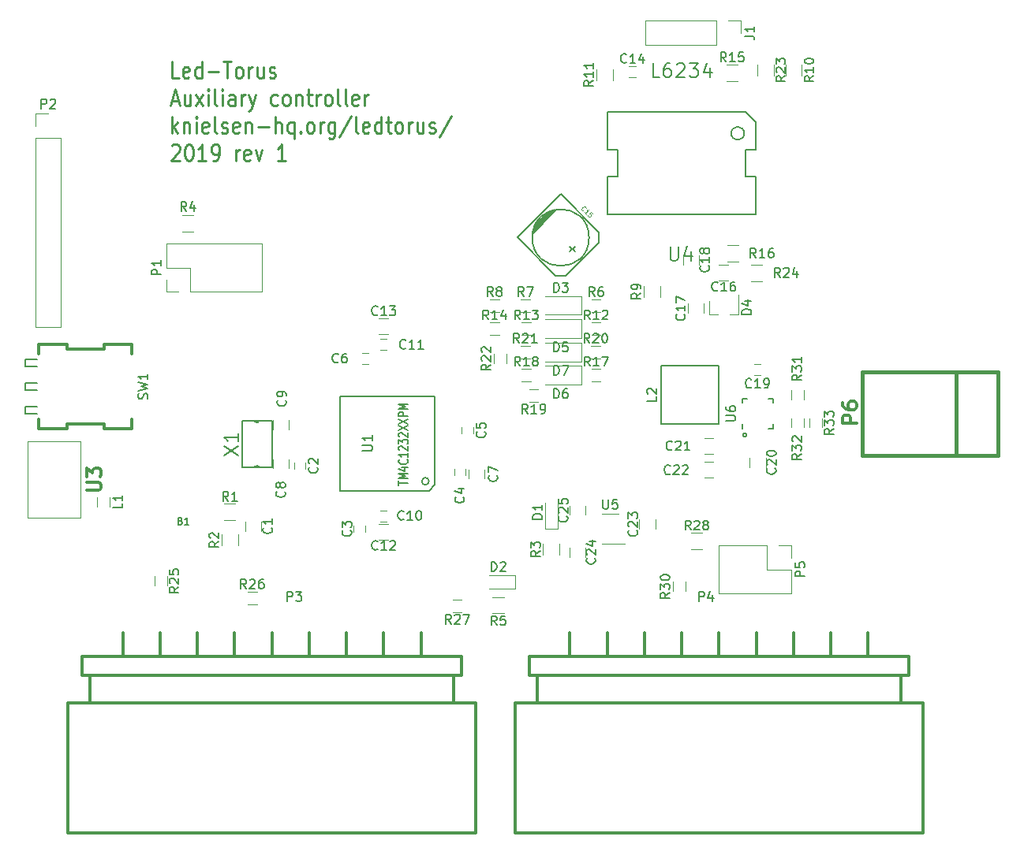
<source format=gto>
G04 #@! TF.GenerationSoftware,KiCad,Pcbnew,(2017-08-04 revision 7bf9f8e1c)-master*
G04 #@! TF.CreationDate,2019-03-18T20:52:30+01:00*
G04 #@! TF.ProjectId,pcb_ledtorus_controller,7063625F6C6564746F7275735F636F6E,rev?*
G04 #@! TF.SameCoordinates,Original*
G04 #@! TF.FileFunction,Legend,Top*
G04 #@! TF.FilePolarity,Positive*
%FSLAX46Y46*%
G04 Gerber Fmt 4.6, Leading zero omitted, Abs format (unit mm)*
G04 Created by KiCad (PCBNEW (2017-08-04 revision 7bf9f8e1c)-master) date Mon Mar 18 20:52:30 2019*
%MOMM*%
%LPD*%
G01*
G04 APERTURE LIST*
%ADD10C,0.250000*%
%ADD11C,0.127000*%
%ADD12C,0.200000*%
%ADD13C,0.150000*%
%ADD14C,0.381000*%
%ADD15C,0.300000*%
%ADD16C,0.050800*%
%ADD17C,0.120000*%
%ADD18C,0.203200*%
%ADD19C,0.119380*%
%ADD20C,0.304800*%
%ADD21C,0.149860*%
%ADD22C,0.152400*%
G04 APERTURE END LIST*
D10*
X66033928Y-88889285D02*
X65319642Y-88889285D01*
X65319642Y-87089285D01*
X67105357Y-88803571D02*
X66962500Y-88889285D01*
X66676785Y-88889285D01*
X66533928Y-88803571D01*
X66462500Y-88632142D01*
X66462500Y-87946428D01*
X66533928Y-87775000D01*
X66676785Y-87689285D01*
X66962500Y-87689285D01*
X67105357Y-87775000D01*
X67176785Y-87946428D01*
X67176785Y-88117857D01*
X66462500Y-88289285D01*
X68462500Y-88889285D02*
X68462500Y-87089285D01*
X68462500Y-88803571D02*
X68319642Y-88889285D01*
X68033928Y-88889285D01*
X67891071Y-88803571D01*
X67819642Y-88717857D01*
X67748214Y-88546428D01*
X67748214Y-88032142D01*
X67819642Y-87860714D01*
X67891071Y-87775000D01*
X68033928Y-87689285D01*
X68319642Y-87689285D01*
X68462500Y-87775000D01*
X69176785Y-88203571D02*
X70319642Y-88203571D01*
X70819642Y-87089285D02*
X71676785Y-87089285D01*
X71248214Y-88889285D02*
X71248214Y-87089285D01*
X72391071Y-88889285D02*
X72248214Y-88803571D01*
X72176785Y-88717857D01*
X72105357Y-88546428D01*
X72105357Y-88032142D01*
X72176785Y-87860714D01*
X72248214Y-87775000D01*
X72391071Y-87689285D01*
X72605357Y-87689285D01*
X72748214Y-87775000D01*
X72819642Y-87860714D01*
X72891071Y-88032142D01*
X72891071Y-88546428D01*
X72819642Y-88717857D01*
X72748214Y-88803571D01*
X72605357Y-88889285D01*
X72391071Y-88889285D01*
X73533928Y-88889285D02*
X73533928Y-87689285D01*
X73533928Y-88032142D02*
X73605357Y-87860714D01*
X73676785Y-87775000D01*
X73819642Y-87689285D01*
X73962500Y-87689285D01*
X75105357Y-87689285D02*
X75105357Y-88889285D01*
X74462500Y-87689285D02*
X74462500Y-88632142D01*
X74533928Y-88803571D01*
X74676785Y-88889285D01*
X74891071Y-88889285D01*
X75033928Y-88803571D01*
X75105357Y-88717857D01*
X75748214Y-88803571D02*
X75891071Y-88889285D01*
X76176785Y-88889285D01*
X76319642Y-88803571D01*
X76391071Y-88632142D01*
X76391071Y-88546428D01*
X76319642Y-88375000D01*
X76176785Y-88289285D01*
X75962500Y-88289285D01*
X75819642Y-88203571D01*
X75748214Y-88032142D01*
X75748214Y-87946428D01*
X75819642Y-87775000D01*
X75962500Y-87689285D01*
X76176785Y-87689285D01*
X76319642Y-87775000D01*
X65248214Y-91325000D02*
X65962500Y-91325000D01*
X65105357Y-91839285D02*
X65605357Y-90039285D01*
X66105357Y-91839285D01*
X67248214Y-90639285D02*
X67248214Y-91839285D01*
X66605357Y-90639285D02*
X66605357Y-91582142D01*
X66676785Y-91753571D01*
X66819642Y-91839285D01*
X67033928Y-91839285D01*
X67176785Y-91753571D01*
X67248214Y-91667857D01*
X67819642Y-91839285D02*
X68605357Y-90639285D01*
X67819642Y-90639285D02*
X68605357Y-91839285D01*
X69176785Y-91839285D02*
X69176785Y-90639285D01*
X69176785Y-90039285D02*
X69105357Y-90125000D01*
X69176785Y-90210714D01*
X69248214Y-90125000D01*
X69176785Y-90039285D01*
X69176785Y-90210714D01*
X70105357Y-91839285D02*
X69962500Y-91753571D01*
X69891071Y-91582142D01*
X69891071Y-90039285D01*
X70676785Y-91839285D02*
X70676785Y-90639285D01*
X70676785Y-90039285D02*
X70605357Y-90125000D01*
X70676785Y-90210714D01*
X70748214Y-90125000D01*
X70676785Y-90039285D01*
X70676785Y-90210714D01*
X72033928Y-91839285D02*
X72033928Y-90896428D01*
X71962500Y-90725000D01*
X71819642Y-90639285D01*
X71533928Y-90639285D01*
X71391071Y-90725000D01*
X72033928Y-91753571D02*
X71891071Y-91839285D01*
X71533928Y-91839285D01*
X71391071Y-91753571D01*
X71319642Y-91582142D01*
X71319642Y-91410714D01*
X71391071Y-91239285D01*
X71533928Y-91153571D01*
X71891071Y-91153571D01*
X72033928Y-91067857D01*
X72748214Y-91839285D02*
X72748214Y-90639285D01*
X72748214Y-90982142D02*
X72819642Y-90810714D01*
X72891071Y-90725000D01*
X73033928Y-90639285D01*
X73176785Y-90639285D01*
X73533928Y-90639285D02*
X73891071Y-91839285D01*
X74248214Y-90639285D02*
X73891071Y-91839285D01*
X73748214Y-92267857D01*
X73676785Y-92353571D01*
X73533928Y-92439285D01*
X76605357Y-91753571D02*
X76462500Y-91839285D01*
X76176785Y-91839285D01*
X76033928Y-91753571D01*
X75962500Y-91667857D01*
X75891071Y-91496428D01*
X75891071Y-90982142D01*
X75962500Y-90810714D01*
X76033928Y-90725000D01*
X76176785Y-90639285D01*
X76462500Y-90639285D01*
X76605357Y-90725000D01*
X77462500Y-91839285D02*
X77319642Y-91753571D01*
X77248214Y-91667857D01*
X77176785Y-91496428D01*
X77176785Y-90982142D01*
X77248214Y-90810714D01*
X77319642Y-90725000D01*
X77462500Y-90639285D01*
X77676785Y-90639285D01*
X77819642Y-90725000D01*
X77891071Y-90810714D01*
X77962500Y-90982142D01*
X77962500Y-91496428D01*
X77891071Y-91667857D01*
X77819642Y-91753571D01*
X77676785Y-91839285D01*
X77462500Y-91839285D01*
X78605357Y-90639285D02*
X78605357Y-91839285D01*
X78605357Y-90810714D02*
X78676785Y-90725000D01*
X78819642Y-90639285D01*
X79033928Y-90639285D01*
X79176785Y-90725000D01*
X79248214Y-90896428D01*
X79248214Y-91839285D01*
X79748214Y-90639285D02*
X80319642Y-90639285D01*
X79962500Y-90039285D02*
X79962500Y-91582142D01*
X80033928Y-91753571D01*
X80176785Y-91839285D01*
X80319642Y-91839285D01*
X80819642Y-91839285D02*
X80819642Y-90639285D01*
X80819642Y-90982142D02*
X80891071Y-90810714D01*
X80962500Y-90725000D01*
X81105357Y-90639285D01*
X81248214Y-90639285D01*
X81962500Y-91839285D02*
X81819642Y-91753571D01*
X81748214Y-91667857D01*
X81676785Y-91496428D01*
X81676785Y-90982142D01*
X81748214Y-90810714D01*
X81819642Y-90725000D01*
X81962500Y-90639285D01*
X82176785Y-90639285D01*
X82319642Y-90725000D01*
X82391071Y-90810714D01*
X82462500Y-90982142D01*
X82462500Y-91496428D01*
X82391071Y-91667857D01*
X82319642Y-91753571D01*
X82176785Y-91839285D01*
X81962500Y-91839285D01*
X83319642Y-91839285D02*
X83176785Y-91753571D01*
X83105357Y-91582142D01*
X83105357Y-90039285D01*
X84105357Y-91839285D02*
X83962500Y-91753571D01*
X83891071Y-91582142D01*
X83891071Y-90039285D01*
X85248214Y-91753571D02*
X85105357Y-91839285D01*
X84819642Y-91839285D01*
X84676785Y-91753571D01*
X84605357Y-91582142D01*
X84605357Y-90896428D01*
X84676785Y-90725000D01*
X84819642Y-90639285D01*
X85105357Y-90639285D01*
X85248214Y-90725000D01*
X85319642Y-90896428D01*
X85319642Y-91067857D01*
X84605357Y-91239285D01*
X85962500Y-91839285D02*
X85962500Y-90639285D01*
X85962500Y-90982142D02*
X86033928Y-90810714D01*
X86105357Y-90725000D01*
X86248214Y-90639285D01*
X86391071Y-90639285D01*
X65319642Y-94789285D02*
X65319642Y-92989285D01*
X65462500Y-94103571D02*
X65891071Y-94789285D01*
X65891071Y-93589285D02*
X65319642Y-94275000D01*
X66533928Y-93589285D02*
X66533928Y-94789285D01*
X66533928Y-93760714D02*
X66605357Y-93675000D01*
X66748214Y-93589285D01*
X66962500Y-93589285D01*
X67105357Y-93675000D01*
X67176785Y-93846428D01*
X67176785Y-94789285D01*
X67891071Y-94789285D02*
X67891071Y-93589285D01*
X67891071Y-92989285D02*
X67819642Y-93075000D01*
X67891071Y-93160714D01*
X67962500Y-93075000D01*
X67891071Y-92989285D01*
X67891071Y-93160714D01*
X69176785Y-94703571D02*
X69033928Y-94789285D01*
X68748214Y-94789285D01*
X68605357Y-94703571D01*
X68533928Y-94532142D01*
X68533928Y-93846428D01*
X68605357Y-93675000D01*
X68748214Y-93589285D01*
X69033928Y-93589285D01*
X69176785Y-93675000D01*
X69248214Y-93846428D01*
X69248214Y-94017857D01*
X68533928Y-94189285D01*
X70105357Y-94789285D02*
X69962500Y-94703571D01*
X69891071Y-94532142D01*
X69891071Y-92989285D01*
X70605357Y-94703571D02*
X70748214Y-94789285D01*
X71033928Y-94789285D01*
X71176785Y-94703571D01*
X71248214Y-94532142D01*
X71248214Y-94446428D01*
X71176785Y-94275000D01*
X71033928Y-94189285D01*
X70819642Y-94189285D01*
X70676785Y-94103571D01*
X70605357Y-93932142D01*
X70605357Y-93846428D01*
X70676785Y-93675000D01*
X70819642Y-93589285D01*
X71033928Y-93589285D01*
X71176785Y-93675000D01*
X72462500Y-94703571D02*
X72319642Y-94789285D01*
X72033928Y-94789285D01*
X71891071Y-94703571D01*
X71819642Y-94532142D01*
X71819642Y-93846428D01*
X71891071Y-93675000D01*
X72033928Y-93589285D01*
X72319642Y-93589285D01*
X72462500Y-93675000D01*
X72533928Y-93846428D01*
X72533928Y-94017857D01*
X71819642Y-94189285D01*
X73176785Y-93589285D02*
X73176785Y-94789285D01*
X73176785Y-93760714D02*
X73248214Y-93675000D01*
X73391071Y-93589285D01*
X73605357Y-93589285D01*
X73748214Y-93675000D01*
X73819642Y-93846428D01*
X73819642Y-94789285D01*
X74533928Y-94103571D02*
X75676785Y-94103571D01*
X76391071Y-94789285D02*
X76391071Y-92989285D01*
X77033928Y-94789285D02*
X77033928Y-93846428D01*
X76962500Y-93675000D01*
X76819642Y-93589285D01*
X76605357Y-93589285D01*
X76462500Y-93675000D01*
X76391071Y-93760714D01*
X78391071Y-93589285D02*
X78391071Y-95389285D01*
X78391071Y-94703571D02*
X78248214Y-94789285D01*
X77962500Y-94789285D01*
X77819642Y-94703571D01*
X77748214Y-94617857D01*
X77676785Y-94446428D01*
X77676785Y-93932142D01*
X77748214Y-93760714D01*
X77819642Y-93675000D01*
X77962500Y-93589285D01*
X78248214Y-93589285D01*
X78391071Y-93675000D01*
X79105357Y-94617857D02*
X79176785Y-94703571D01*
X79105357Y-94789285D01*
X79033928Y-94703571D01*
X79105357Y-94617857D01*
X79105357Y-94789285D01*
X80033928Y-94789285D02*
X79891071Y-94703571D01*
X79819642Y-94617857D01*
X79748214Y-94446428D01*
X79748214Y-93932142D01*
X79819642Y-93760714D01*
X79891071Y-93675000D01*
X80033928Y-93589285D01*
X80248214Y-93589285D01*
X80391071Y-93675000D01*
X80462500Y-93760714D01*
X80533928Y-93932142D01*
X80533928Y-94446428D01*
X80462500Y-94617857D01*
X80391071Y-94703571D01*
X80248214Y-94789285D01*
X80033928Y-94789285D01*
X81176785Y-94789285D02*
X81176785Y-93589285D01*
X81176785Y-93932142D02*
X81248214Y-93760714D01*
X81319642Y-93675000D01*
X81462500Y-93589285D01*
X81605357Y-93589285D01*
X82748214Y-93589285D02*
X82748214Y-95046428D01*
X82676785Y-95217857D01*
X82605357Y-95303571D01*
X82462500Y-95389285D01*
X82248214Y-95389285D01*
X82105357Y-95303571D01*
X82748214Y-94703571D02*
X82605357Y-94789285D01*
X82319642Y-94789285D01*
X82176785Y-94703571D01*
X82105357Y-94617857D01*
X82033928Y-94446428D01*
X82033928Y-93932142D01*
X82105357Y-93760714D01*
X82176785Y-93675000D01*
X82319642Y-93589285D01*
X82605357Y-93589285D01*
X82748214Y-93675000D01*
X84533928Y-92903571D02*
X83248214Y-95217857D01*
X85248214Y-94789285D02*
X85105357Y-94703571D01*
X85033928Y-94532142D01*
X85033928Y-92989285D01*
X86391071Y-94703571D02*
X86248214Y-94789285D01*
X85962500Y-94789285D01*
X85819642Y-94703571D01*
X85748214Y-94532142D01*
X85748214Y-93846428D01*
X85819642Y-93675000D01*
X85962500Y-93589285D01*
X86248214Y-93589285D01*
X86391071Y-93675000D01*
X86462500Y-93846428D01*
X86462500Y-94017857D01*
X85748214Y-94189285D01*
X87748214Y-94789285D02*
X87748214Y-92989285D01*
X87748214Y-94703571D02*
X87605357Y-94789285D01*
X87319642Y-94789285D01*
X87176785Y-94703571D01*
X87105357Y-94617857D01*
X87033928Y-94446428D01*
X87033928Y-93932142D01*
X87105357Y-93760714D01*
X87176785Y-93675000D01*
X87319642Y-93589285D01*
X87605357Y-93589285D01*
X87748214Y-93675000D01*
X88248214Y-93589285D02*
X88819642Y-93589285D01*
X88462500Y-92989285D02*
X88462500Y-94532142D01*
X88533928Y-94703571D01*
X88676785Y-94789285D01*
X88819642Y-94789285D01*
X89533928Y-94789285D02*
X89391071Y-94703571D01*
X89319642Y-94617857D01*
X89248214Y-94446428D01*
X89248214Y-93932142D01*
X89319642Y-93760714D01*
X89391071Y-93675000D01*
X89533928Y-93589285D01*
X89748214Y-93589285D01*
X89891071Y-93675000D01*
X89962500Y-93760714D01*
X90033928Y-93932142D01*
X90033928Y-94446428D01*
X89962500Y-94617857D01*
X89891071Y-94703571D01*
X89748214Y-94789285D01*
X89533928Y-94789285D01*
X90676785Y-94789285D02*
X90676785Y-93589285D01*
X90676785Y-93932142D02*
X90748214Y-93760714D01*
X90819642Y-93675000D01*
X90962500Y-93589285D01*
X91105357Y-93589285D01*
X92248214Y-93589285D02*
X92248214Y-94789285D01*
X91605357Y-93589285D02*
X91605357Y-94532142D01*
X91676785Y-94703571D01*
X91819642Y-94789285D01*
X92033928Y-94789285D01*
X92176785Y-94703571D01*
X92248214Y-94617857D01*
X92891071Y-94703571D02*
X93033928Y-94789285D01*
X93319642Y-94789285D01*
X93462500Y-94703571D01*
X93533928Y-94532142D01*
X93533928Y-94446428D01*
X93462500Y-94275000D01*
X93319642Y-94189285D01*
X93105357Y-94189285D01*
X92962500Y-94103571D01*
X92891071Y-93932142D01*
X92891071Y-93846428D01*
X92962500Y-93675000D01*
X93105357Y-93589285D01*
X93319642Y-93589285D01*
X93462500Y-93675000D01*
X95248214Y-92903571D02*
X93962500Y-95217857D01*
X65248214Y-96110714D02*
X65319642Y-96025000D01*
X65462500Y-95939285D01*
X65819642Y-95939285D01*
X65962500Y-96025000D01*
X66033928Y-96110714D01*
X66105357Y-96282142D01*
X66105357Y-96453571D01*
X66033928Y-96710714D01*
X65176785Y-97739285D01*
X66105357Y-97739285D01*
X67033928Y-95939285D02*
X67176785Y-95939285D01*
X67319642Y-96025000D01*
X67391071Y-96110714D01*
X67462500Y-96282142D01*
X67533928Y-96625000D01*
X67533928Y-97053571D01*
X67462500Y-97396428D01*
X67391071Y-97567857D01*
X67319642Y-97653571D01*
X67176785Y-97739285D01*
X67033928Y-97739285D01*
X66891071Y-97653571D01*
X66819642Y-97567857D01*
X66748214Y-97396428D01*
X66676785Y-97053571D01*
X66676785Y-96625000D01*
X66748214Y-96282142D01*
X66819642Y-96110714D01*
X66891071Y-96025000D01*
X67033928Y-95939285D01*
X68962500Y-97739285D02*
X68105357Y-97739285D01*
X68533928Y-97739285D02*
X68533928Y-95939285D01*
X68391071Y-96196428D01*
X68248214Y-96367857D01*
X68105357Y-96453571D01*
X69676785Y-97739285D02*
X69962500Y-97739285D01*
X70105357Y-97653571D01*
X70176785Y-97567857D01*
X70319642Y-97310714D01*
X70391071Y-96967857D01*
X70391071Y-96282142D01*
X70319642Y-96110714D01*
X70248214Y-96025000D01*
X70105357Y-95939285D01*
X69819642Y-95939285D01*
X69676785Y-96025000D01*
X69605357Y-96110714D01*
X69533928Y-96282142D01*
X69533928Y-96710714D01*
X69605357Y-96882142D01*
X69676785Y-96967857D01*
X69819642Y-97053571D01*
X70105357Y-97053571D01*
X70248214Y-96967857D01*
X70319642Y-96882142D01*
X70391071Y-96710714D01*
X72176785Y-97739285D02*
X72176785Y-96539285D01*
X72176785Y-96882142D02*
X72248214Y-96710714D01*
X72319642Y-96625000D01*
X72462500Y-96539285D01*
X72605357Y-96539285D01*
X73676785Y-97653571D02*
X73533928Y-97739285D01*
X73248214Y-97739285D01*
X73105357Y-97653571D01*
X73033928Y-97482142D01*
X73033928Y-96796428D01*
X73105357Y-96625000D01*
X73248214Y-96539285D01*
X73533928Y-96539285D01*
X73676785Y-96625000D01*
X73748214Y-96796428D01*
X73748214Y-96967857D01*
X73033928Y-97139285D01*
X74248214Y-96539285D02*
X74605357Y-97739285D01*
X74962500Y-96539285D01*
X77462500Y-97739285D02*
X76605357Y-97739285D01*
X77033928Y-97739285D02*
X77033928Y-95939285D01*
X76891071Y-96196428D01*
X76748214Y-96367857D01*
X76605357Y-96453571D01*
D11*
X105473356Y-103395726D02*
X104395726Y-104473356D01*
X104216121Y-104832567D02*
X105832567Y-103216121D01*
X106101974Y-103126318D02*
X104126318Y-105101974D01*
X104036515Y-105371382D02*
X106371382Y-103036515D01*
X106550987Y-103036515D02*
X104036515Y-105550987D01*
X110047999Y-106000000D02*
G75*
G03X110047999Y-106000000I-3047999J0D01*
G01*
X107000000Y-101330267D02*
X102330267Y-106000000D01*
X102330267Y-106000000D02*
X106461185Y-110130918D01*
X106461185Y-110130918D02*
X107538815Y-110130918D01*
X107538815Y-110130918D02*
X111130918Y-106538815D01*
X111130918Y-106538815D02*
X111130918Y-105461185D01*
X111130918Y-105461185D02*
X107000000Y-101330267D01*
X108526644Y-107526644D02*
X107987828Y-106987828D01*
X108526644Y-106987828D02*
X107987828Y-107526644D01*
D12*
X126850000Y-92500000D02*
X127950000Y-93600000D01*
X112050000Y-92500000D02*
X126850000Y-92500000D01*
X127950000Y-103500000D02*
X112050000Y-103500000D01*
X127950000Y-99450000D02*
X127950000Y-103500000D01*
X126850000Y-99450000D02*
X127950000Y-99450000D01*
X126850000Y-96550000D02*
X126850000Y-99450000D01*
X127950000Y-96550000D02*
X126850000Y-96550000D01*
X127950000Y-93600000D02*
X127950000Y-96550000D01*
X112050000Y-96550000D02*
X112050000Y-92500000D01*
X113150000Y-96550000D02*
X112050000Y-96550000D01*
X113150000Y-99450000D02*
X113150000Y-96550000D01*
X112050000Y-99450000D02*
X113150000Y-99450000D01*
X112050000Y-103500000D02*
X112050000Y-99450000D01*
D13*
X126700000Y-94800000D02*
G75*
G03X126700000Y-94800000I-700000J0D01*
G01*
X124000000Y-119800000D02*
X117800000Y-119800000D01*
X117800000Y-119800000D02*
X117800000Y-126000000D01*
X117800000Y-126000000D02*
X124000000Y-126000000D01*
X124000000Y-126000000D02*
X124000000Y-119800000D01*
D14*
X139350040Y-129400880D02*
X153949960Y-129400880D01*
X139350040Y-120399120D02*
X139350040Y-129400880D01*
X153949960Y-120399120D02*
X139350040Y-120399120D01*
X153949960Y-129400880D02*
X153949960Y-120399120D01*
X149449080Y-129400880D02*
X149449080Y-120399120D01*
D15*
X60000000Y-151000000D02*
X60000000Y-148500000D01*
X54150000Y-170000000D02*
X54150000Y-156000000D01*
X97850000Y-170000000D02*
X54150000Y-170000000D01*
X97850000Y-156000000D02*
X97850000Y-170000000D01*
X54150000Y-156000000D02*
X97850000Y-156000000D01*
X95500000Y-153000000D02*
X95500000Y-156000000D01*
X56500000Y-153000000D02*
X56500000Y-156000000D01*
X55650000Y-153000000D02*
X55650000Y-151000000D01*
X96350000Y-153000000D02*
X55650000Y-153000000D01*
X96350000Y-151000000D02*
X96350000Y-153000000D01*
X55650000Y-151000000D02*
X96350000Y-151000000D01*
X64000000Y-151000000D02*
X64000000Y-148500000D01*
X68000000Y-151000000D02*
X68000000Y-148500000D01*
X72000000Y-151000000D02*
X72000000Y-148500000D01*
X76000000Y-151000000D02*
X76000000Y-148500000D01*
X80000000Y-151000000D02*
X80000000Y-148500000D01*
X84000000Y-151000000D02*
X84000000Y-148500000D01*
X88000000Y-151000000D02*
X88000000Y-148500000D01*
X92000000Y-151000000D02*
X92000000Y-148500000D01*
X108000000Y-151000000D02*
X108000000Y-148500000D01*
X102150000Y-170000000D02*
X102150000Y-156000000D01*
X145850000Y-170000000D02*
X102150000Y-170000000D01*
X145850000Y-156000000D02*
X145850000Y-170000000D01*
X102150000Y-156000000D02*
X145850000Y-156000000D01*
X143500000Y-153000000D02*
X143500000Y-156000000D01*
X104500000Y-153000000D02*
X104500000Y-156000000D01*
X103650000Y-153000000D02*
X103650000Y-151000000D01*
X144350000Y-153000000D02*
X103650000Y-153000000D01*
X144350000Y-151000000D02*
X144350000Y-153000000D01*
X103650000Y-151000000D02*
X144350000Y-151000000D01*
X112000000Y-151000000D02*
X112000000Y-148500000D01*
X116000000Y-151000000D02*
X116000000Y-148500000D01*
X120000000Y-151000000D02*
X120000000Y-148500000D01*
X124000000Y-151000000D02*
X124000000Y-148500000D01*
X128000000Y-151000000D02*
X128000000Y-148500000D01*
X132000000Y-151000000D02*
X132000000Y-148500000D01*
X136000000Y-151000000D02*
X136000000Y-148500000D01*
X140000000Y-151000000D02*
X140000000Y-148500000D01*
D13*
X49523000Y-124159000D02*
X49523000Y-124921000D01*
X49523000Y-124921000D02*
X50793000Y-124921000D01*
X50793000Y-124159000D02*
X49523000Y-124159000D01*
X49523000Y-121619000D02*
X49523000Y-122381000D01*
X49523000Y-122381000D02*
X50793000Y-122381000D01*
X50793000Y-121619000D02*
X49523000Y-121619000D01*
D15*
X61000000Y-118500000D02*
X61000000Y-117500000D01*
X61000000Y-117500000D02*
X58000000Y-117500000D01*
X51000000Y-117500000D02*
X51000000Y-118500000D01*
X51000000Y-125500000D02*
X51000000Y-126500000D01*
X51000000Y-126500000D02*
X54000000Y-126500000D01*
X54000000Y-126500000D02*
X54000000Y-126000000D01*
X54000000Y-126000000D02*
X58000000Y-126000000D01*
X58000000Y-126000000D02*
X58000000Y-126500000D01*
X58000000Y-126500000D02*
X61000000Y-126500000D01*
X61000000Y-126500000D02*
X61000000Y-125500000D01*
X58000000Y-117500000D02*
X58000000Y-118000000D01*
X58000000Y-118000000D02*
X54000000Y-118000000D01*
X54000000Y-118000000D02*
X54000000Y-117500000D01*
X54000000Y-117500000D02*
X51000000Y-117500000D01*
D13*
X50793000Y-119079000D02*
X49523000Y-119079000D01*
X49523000Y-119079000D02*
X49523000Y-119841000D01*
X49523000Y-119841000D02*
X50793000Y-119841000D01*
D16*
X49800740Y-127900440D02*
X49800740Y-136099560D01*
X55500500Y-127900440D02*
X49800740Y-127900440D01*
X55500500Y-136099560D02*
X55500500Y-127900440D01*
X49800740Y-136099560D02*
X55500500Y-136099560D01*
D13*
X126950000Y-127200000D02*
G75*
G03X126950000Y-127200000I-200000J0D01*
G01*
X126525000Y-123275000D02*
X126525000Y-123775000D01*
X129775000Y-123275000D02*
X129775000Y-123775000D01*
X129775000Y-126525000D02*
X129775000Y-126025000D01*
X126525000Y-126525000D02*
X126525000Y-126025000D01*
X129775000Y-123275000D02*
X129275000Y-123275000D01*
X129775000Y-126525000D02*
X129275000Y-126525000D01*
X126525000Y-123275000D02*
X127025000Y-123275000D01*
D17*
X122200000Y-139480000D02*
X121000000Y-139480000D01*
X121000000Y-137720000D02*
X122200000Y-137720000D01*
X109250000Y-121800000D02*
X105350000Y-121800000D01*
X109250000Y-119800000D02*
X105350000Y-119800000D01*
X109250000Y-121800000D02*
X109250000Y-119800000D01*
X109250000Y-119300000D02*
X109250000Y-117300000D01*
X109250000Y-117300000D02*
X105350000Y-117300000D01*
X109250000Y-119300000D02*
X105350000Y-119300000D01*
X109250000Y-116800000D02*
X105350000Y-116800000D01*
X109250000Y-114800000D02*
X105350000Y-114800000D01*
X109250000Y-116800000D02*
X109250000Y-114800000D01*
X109250000Y-114300000D02*
X109250000Y-112300000D01*
X109250000Y-112300000D02*
X105350000Y-112300000D01*
X109250000Y-114300000D02*
X105350000Y-114300000D01*
X111300000Y-116480000D02*
X110300000Y-116480000D01*
X110300000Y-115120000D02*
X111300000Y-115120000D01*
X102800000Y-115120000D02*
X103800000Y-115120000D01*
X103800000Y-116480000D02*
X102800000Y-116480000D01*
X100400000Y-116480000D02*
X99400000Y-116480000D01*
X99400000Y-115120000D02*
X100400000Y-115120000D01*
X73150000Y-136500000D02*
X73150000Y-137500000D01*
X74850000Y-137500000D02*
X74850000Y-136500000D01*
X78400000Y-130850000D02*
X78400000Y-130150000D01*
X79600000Y-130150000D02*
X79600000Y-130850000D01*
X86000000Y-136950000D02*
X86000000Y-137650000D01*
X84800000Y-137650000D02*
X84800000Y-136950000D01*
X96800000Y-130850000D02*
X96800000Y-131550000D01*
X95600000Y-131550000D02*
X95600000Y-130850000D01*
X96400000Y-127050000D02*
X96400000Y-126350000D01*
X97600000Y-126350000D02*
X97600000Y-127050000D01*
X86350000Y-119600000D02*
X85650000Y-119600000D01*
X85650000Y-118400000D02*
X86350000Y-118400000D01*
X98850000Y-131900000D02*
X98850000Y-130900000D01*
X97150000Y-130900000D02*
X97150000Y-131900000D01*
X76150000Y-129800000D02*
X76150000Y-130800000D01*
X77850000Y-130800000D02*
X77850000Y-129800000D01*
X76150000Y-125600000D02*
X76150000Y-126600000D01*
X77850000Y-126600000D02*
X77850000Y-125600000D01*
X88350000Y-136500000D02*
X87650000Y-136500000D01*
X87650000Y-135300000D02*
X88350000Y-135300000D01*
X88350000Y-118100000D02*
X87650000Y-118100000D01*
X87650000Y-116900000D02*
X88350000Y-116900000D01*
X88500000Y-136750000D02*
X87500000Y-136750000D01*
X87500000Y-138450000D02*
X88500000Y-138450000D01*
X87500000Y-116350000D02*
X88500000Y-116350000D01*
X88500000Y-114650000D02*
X87500000Y-114650000D01*
X114350000Y-87600000D02*
X115050000Y-87600000D01*
X115050000Y-88800000D02*
X114350000Y-88800000D01*
X124000000Y-110650000D02*
X125000000Y-110650000D01*
X125000000Y-108950000D02*
X124000000Y-108950000D01*
X122350000Y-114100000D02*
X122350000Y-113100000D01*
X120650000Y-113100000D02*
X120650000Y-114100000D01*
X120150000Y-107900000D02*
X120150000Y-108900000D01*
X121850000Y-108900000D02*
X121850000Y-107900000D01*
X127750000Y-119600000D02*
X128450000Y-119600000D01*
X128450000Y-120800000D02*
X127750000Y-120800000D01*
X129000000Y-130650000D02*
X129000000Y-129650000D01*
X127300000Y-129650000D02*
X127300000Y-130650000D01*
X122400000Y-129250000D02*
X123400000Y-129250000D01*
X123400000Y-127550000D02*
X122400000Y-127550000D01*
X123400000Y-130050000D02*
X122400000Y-130050000D01*
X122400000Y-131750000D02*
X123400000Y-131750000D01*
X117150000Y-137300000D02*
X117150000Y-136300000D01*
X115450000Y-136300000D02*
X115450000Y-137300000D01*
X109650000Y-140300000D02*
X109650000Y-139300000D01*
X107950000Y-139300000D02*
X107950000Y-140300000D01*
X107950000Y-134800000D02*
X107950000Y-135800000D01*
X109650000Y-135800000D02*
X109650000Y-134800000D01*
X105300000Y-137300000D02*
X106700000Y-137300000D01*
X106700000Y-137300000D02*
X106700000Y-134500000D01*
X105300000Y-137300000D02*
X105300000Y-134500000D01*
X102100000Y-143700000D02*
X99300000Y-143700000D01*
X102100000Y-142300000D02*
X99300000Y-142300000D01*
X102100000Y-143700000D02*
X102100000Y-142300000D01*
X122920000Y-114260000D02*
X123850000Y-114260000D01*
X126080000Y-114260000D02*
X125150000Y-114260000D01*
X126080000Y-114260000D02*
X126080000Y-112100000D01*
X122920000Y-114260000D02*
X122920000Y-112800000D01*
X58580000Y-133900000D02*
X58580000Y-134900000D01*
X57220000Y-134900000D02*
X57220000Y-133900000D01*
X70900000Y-134620000D02*
X72100000Y-134620000D01*
X72100000Y-136380000D02*
X70900000Y-136380000D01*
X72380000Y-137900000D02*
X72380000Y-139100000D01*
X70620000Y-139100000D02*
X70620000Y-137900000D01*
X105120000Y-140100000D02*
X105120000Y-138900000D01*
X106880000Y-138900000D02*
X106880000Y-140100000D01*
X67600000Y-105380000D02*
X66400000Y-105380000D01*
X66400000Y-103620000D02*
X67600000Y-103620000D01*
X100900000Y-146380000D02*
X99700000Y-146380000D01*
X99700000Y-144620000D02*
X100900000Y-144620000D01*
X110300000Y-112620000D02*
X111300000Y-112620000D01*
X111300000Y-113980000D02*
X110300000Y-113980000D01*
X103700000Y-113980000D02*
X102700000Y-113980000D01*
X102700000Y-112620000D02*
X103700000Y-112620000D01*
X99400000Y-112620000D02*
X100400000Y-112620000D01*
X100400000Y-113980000D02*
X99400000Y-113980000D01*
X117680000Y-111200000D02*
X117680000Y-112400000D01*
X115920000Y-112400000D02*
X115920000Y-111200000D01*
X131120000Y-88600000D02*
X131120000Y-87400000D01*
X132880000Y-87400000D02*
X132880000Y-88600000D01*
X112580000Y-87900000D02*
X112580000Y-89100000D01*
X110820000Y-89100000D02*
X110820000Y-87900000D01*
X126000000Y-89180000D02*
X124800000Y-89180000D01*
X124800000Y-87420000D02*
X126000000Y-87420000D01*
X124900000Y-106820000D02*
X126100000Y-106820000D01*
X126100000Y-108580000D02*
X124900000Y-108580000D01*
X110300000Y-120120000D02*
X111300000Y-120120000D01*
X111300000Y-121480000D02*
X110300000Y-121480000D01*
X103800000Y-121480000D02*
X102800000Y-121480000D01*
X102800000Y-120120000D02*
X103800000Y-120120000D01*
X103600000Y-122320000D02*
X104600000Y-122320000D01*
X104600000Y-123680000D02*
X103600000Y-123680000D01*
X111250000Y-118980000D02*
X110250000Y-118980000D01*
X110250000Y-117620000D02*
X111250000Y-117620000D01*
X102700000Y-117620000D02*
X103700000Y-117620000D01*
X103700000Y-118980000D02*
X102700000Y-118980000D01*
X101180000Y-118500000D02*
X101180000Y-119500000D01*
X99820000Y-119500000D02*
X99820000Y-118500000D01*
X129880000Y-87400000D02*
X129880000Y-88600000D01*
X128120000Y-88600000D02*
X128120000Y-87400000D01*
X128600000Y-110680000D02*
X127400000Y-110680000D01*
X127400000Y-108920000D02*
X128600000Y-108920000D01*
X64780000Y-142400000D02*
X64780000Y-143400000D01*
X63420000Y-143400000D02*
X63420000Y-142400000D01*
X73400000Y-144020000D02*
X74400000Y-144020000D01*
X74400000Y-145380000D02*
X73400000Y-145380000D01*
X95400000Y-144920000D02*
X96400000Y-144920000D01*
X96400000Y-146280000D02*
X95400000Y-146280000D01*
X120380000Y-143000000D02*
X120380000Y-144000000D01*
X119020000Y-144000000D02*
X119020000Y-143000000D01*
X133080000Y-122400000D02*
X133080000Y-123400000D01*
X131720000Y-123400000D02*
X131720000Y-122400000D01*
X131720000Y-126400000D02*
X131720000Y-125400000D01*
X133080000Y-125400000D02*
X133080000Y-126400000D01*
X135080000Y-125400000D02*
X135080000Y-126400000D01*
X133720000Y-126400000D02*
X133720000Y-125400000D01*
D18*
X92863720Y-132182720D02*
G75*
G03X92863720Y-132182720I-381000J0D01*
G01*
X83338720Y-123038720D02*
X83338720Y-133198720D01*
X83338720Y-133198720D02*
X92863720Y-133198720D01*
X92863720Y-133198720D02*
X93498720Y-132563720D01*
X93498720Y-132563720D02*
X93498720Y-123038720D01*
X93498720Y-123038720D02*
X83338720Y-123038720D01*
D17*
X113200000Y-135690000D02*
X111400000Y-135690000D01*
X111400000Y-138910000D02*
X113850000Y-138910000D01*
D13*
X74600000Y-130600000D02*
G75*
G03X74200000Y-130600000I-200000J-200000D01*
G01*
X74200000Y-125800000D02*
G75*
G03X74600000Y-125800000I200000J200000D01*
G01*
X72800000Y-125700000D02*
X76000000Y-125700000D01*
X76000000Y-125700000D02*
X76000000Y-130700000D01*
X76000000Y-130700000D02*
X72800000Y-130700000D01*
X72800000Y-130700000D02*
X72800000Y-125700000D01*
D17*
X123730000Y-82670000D02*
X116050000Y-82670000D01*
X116050000Y-82670000D02*
X116050000Y-85330000D01*
X116050000Y-85330000D02*
X123730000Y-85330000D01*
X123730000Y-85330000D02*
X123730000Y-82670000D01*
X125000000Y-82670000D02*
X126330000Y-82670000D01*
X126330000Y-82670000D02*
X126330000Y-84000000D01*
X67270000Y-111830000D02*
X74950000Y-111830000D01*
X74950000Y-111830000D02*
X74950000Y-106630000D01*
X74950000Y-106630000D02*
X64670000Y-106630000D01*
X64670000Y-106630000D02*
X64670000Y-109230000D01*
X64670000Y-109230000D02*
X67270000Y-109230000D01*
X67270000Y-109230000D02*
X67270000Y-111830000D01*
X66000000Y-111830000D02*
X64670000Y-111830000D01*
X64670000Y-111830000D02*
X64670000Y-110500000D01*
X50670000Y-95270000D02*
X50670000Y-115650000D01*
X50670000Y-115650000D02*
X53330000Y-115650000D01*
X53330000Y-115650000D02*
X53330000Y-95270000D01*
X53330000Y-95270000D02*
X50670000Y-95270000D01*
X50670000Y-94000000D02*
X50670000Y-92670000D01*
X50670000Y-92670000D02*
X52000000Y-92670000D01*
X129130000Y-139070000D02*
X123990000Y-139070000D01*
X123990000Y-139070000D02*
X123990000Y-144270000D01*
X123990000Y-144270000D02*
X131730000Y-144270000D01*
X131730000Y-144270000D02*
X131730000Y-141670000D01*
X131730000Y-141670000D02*
X129130000Y-141670000D01*
X129130000Y-141670000D02*
X129130000Y-139070000D01*
X130400000Y-139070000D02*
X131730000Y-139070000D01*
X131730000Y-139070000D02*
X131730000Y-140400000D01*
D19*
X109430056Y-103115028D02*
X109396359Y-103115028D01*
X109328964Y-103081331D01*
X109295267Y-103047634D01*
X109261570Y-102980239D01*
X109261570Y-102912844D01*
X109278418Y-102862298D01*
X109328964Y-102778055D01*
X109379510Y-102727509D01*
X109463754Y-102676963D01*
X109514300Y-102660114D01*
X109581694Y-102660114D01*
X109649089Y-102693812D01*
X109682786Y-102727509D01*
X109716484Y-102794904D01*
X109716484Y-102828601D01*
X109733332Y-103485699D02*
X109531148Y-103283515D01*
X109632240Y-103384607D02*
X109986063Y-103030785D01*
X109901819Y-103047634D01*
X109834425Y-103047634D01*
X109783879Y-103030785D01*
X110407279Y-103452002D02*
X110238793Y-103283515D01*
X110053457Y-103435153D01*
X110087155Y-103435153D01*
X110137701Y-103452002D01*
X110221944Y-103536245D01*
X110238793Y-103586791D01*
X110238793Y-103620489D01*
X110221944Y-103671035D01*
X110137701Y-103755278D01*
X110087155Y-103772127D01*
X110053457Y-103772127D01*
X110002911Y-103755278D01*
X109918668Y-103671035D01*
X109901819Y-103620489D01*
X109901819Y-103586791D01*
D13*
X118757142Y-106978571D02*
X118757142Y-108192857D01*
X118828571Y-108335714D01*
X118900000Y-108407142D01*
X119042857Y-108478571D01*
X119328571Y-108478571D01*
X119471428Y-108407142D01*
X119542857Y-108335714D01*
X119614285Y-108192857D01*
X119614285Y-106978571D01*
X120971428Y-107478571D02*
X120971428Y-108478571D01*
X120614285Y-106907142D02*
X120257142Y-107978571D01*
X121185714Y-107978571D01*
X117607142Y-88778571D02*
X116892857Y-88778571D01*
X116892857Y-87278571D01*
X118750000Y-87278571D02*
X118464285Y-87278571D01*
X118321428Y-87350000D01*
X118250000Y-87421428D01*
X118107142Y-87635714D01*
X118035714Y-87921428D01*
X118035714Y-88492857D01*
X118107142Y-88635714D01*
X118178571Y-88707142D01*
X118321428Y-88778571D01*
X118607142Y-88778571D01*
X118750000Y-88707142D01*
X118821428Y-88635714D01*
X118892857Y-88492857D01*
X118892857Y-88135714D01*
X118821428Y-87992857D01*
X118750000Y-87921428D01*
X118607142Y-87850000D01*
X118321428Y-87850000D01*
X118178571Y-87921428D01*
X118107142Y-87992857D01*
X118035714Y-88135714D01*
X119464285Y-87421428D02*
X119535714Y-87350000D01*
X119678571Y-87278571D01*
X120035714Y-87278571D01*
X120178571Y-87350000D01*
X120250000Y-87421428D01*
X120321428Y-87564285D01*
X120321428Y-87707142D01*
X120250000Y-87921428D01*
X119392857Y-88778571D01*
X120321428Y-88778571D01*
X120821428Y-87278571D02*
X121750000Y-87278571D01*
X121250000Y-87850000D01*
X121464285Y-87850000D01*
X121607142Y-87921428D01*
X121678571Y-87992857D01*
X121750000Y-88135714D01*
X121750000Y-88492857D01*
X121678571Y-88635714D01*
X121607142Y-88707142D01*
X121464285Y-88778571D01*
X121035714Y-88778571D01*
X120892857Y-88707142D01*
X120821428Y-88635714D01*
X123035714Y-87778571D02*
X123035714Y-88778571D01*
X122678571Y-87207142D02*
X122321428Y-88278571D01*
X123250000Y-88278571D01*
X117252380Y-123066666D02*
X117252380Y-123542857D01*
X116252380Y-123542857D01*
X116347619Y-122780952D02*
X116300000Y-122733333D01*
X116252380Y-122638095D01*
X116252380Y-122400000D01*
X116300000Y-122304761D01*
X116347619Y-122257142D01*
X116442857Y-122209523D01*
X116538095Y-122209523D01*
X116680952Y-122257142D01*
X117252380Y-122828571D01*
X117252380Y-122209523D01*
D20*
X138789428Y-125924857D02*
X137265428Y-125924857D01*
X137265428Y-125344285D01*
X137338000Y-125199142D01*
X137410571Y-125126571D01*
X137555714Y-125054000D01*
X137773428Y-125054000D01*
X137918571Y-125126571D01*
X137991142Y-125199142D01*
X138063714Y-125344285D01*
X138063714Y-125924857D01*
X137265428Y-123747714D02*
X137265428Y-124038000D01*
X137338000Y-124183142D01*
X137410571Y-124255714D01*
X137628285Y-124400857D01*
X137918571Y-124473428D01*
X138499142Y-124473428D01*
X138644285Y-124400857D01*
X138716857Y-124328285D01*
X138789428Y-124183142D01*
X138789428Y-123892857D01*
X138716857Y-123747714D01*
X138644285Y-123675142D01*
X138499142Y-123602571D01*
X138136285Y-123602571D01*
X137991142Y-123675142D01*
X137918571Y-123747714D01*
X137846000Y-123892857D01*
X137846000Y-124183142D01*
X137918571Y-124328285D01*
X137991142Y-124400857D01*
X138136285Y-124473428D01*
D13*
X77661904Y-145052380D02*
X77661904Y-144052380D01*
X78042857Y-144052380D01*
X78138095Y-144100000D01*
X78185714Y-144147619D01*
X78233333Y-144242857D01*
X78233333Y-144385714D01*
X78185714Y-144480952D01*
X78138095Y-144528571D01*
X78042857Y-144576190D01*
X77661904Y-144576190D01*
X78566666Y-144052380D02*
X79185714Y-144052380D01*
X78852380Y-144433333D01*
X78995238Y-144433333D01*
X79090476Y-144480952D01*
X79138095Y-144528571D01*
X79185714Y-144623809D01*
X79185714Y-144861904D01*
X79138095Y-144957142D01*
X79090476Y-145004761D01*
X78995238Y-145052380D01*
X78709523Y-145052380D01*
X78614285Y-145004761D01*
X78566666Y-144957142D01*
X121861904Y-145052380D02*
X121861904Y-144052380D01*
X122242857Y-144052380D01*
X122338095Y-144100000D01*
X122385714Y-144147619D01*
X122433333Y-144242857D01*
X122433333Y-144385714D01*
X122385714Y-144480952D01*
X122338095Y-144528571D01*
X122242857Y-144576190D01*
X121861904Y-144576190D01*
X123290476Y-144385714D02*
X123290476Y-145052380D01*
X123052380Y-144004761D02*
X122814285Y-144719047D01*
X123433333Y-144719047D01*
X62627761Y-123333333D02*
X62675380Y-123190476D01*
X62675380Y-122952380D01*
X62627761Y-122857142D01*
X62580142Y-122809523D01*
X62484904Y-122761904D01*
X62389666Y-122761904D01*
X62294428Y-122809523D01*
X62246809Y-122857142D01*
X62199190Y-122952380D01*
X62151571Y-123142857D01*
X62103952Y-123238095D01*
X62056333Y-123285714D01*
X61961095Y-123333333D01*
X61865857Y-123333333D01*
X61770619Y-123285714D01*
X61723000Y-123238095D01*
X61675380Y-123142857D01*
X61675380Y-122904761D01*
X61723000Y-122761904D01*
X61675380Y-122428571D02*
X62675380Y-122190476D01*
X61961095Y-122000000D01*
X62675380Y-121809523D01*
X61675380Y-121571428D01*
X62675380Y-120666666D02*
X62675380Y-121238095D01*
X62675380Y-120952380D02*
X61675380Y-120952380D01*
X61818238Y-121047619D01*
X61913476Y-121142857D01*
X61961095Y-121238095D01*
D20*
X56164528Y-133161142D02*
X57398242Y-133161142D01*
X57543385Y-133088571D01*
X57615957Y-133016000D01*
X57688528Y-132870857D01*
X57688528Y-132580571D01*
X57615957Y-132435428D01*
X57543385Y-132362857D01*
X57398242Y-132290285D01*
X56164528Y-132290285D01*
X56164528Y-131709714D02*
X56164528Y-130766285D01*
X56745100Y-131274285D01*
X56745100Y-131056571D01*
X56817671Y-130911428D01*
X56890242Y-130838857D01*
X57035385Y-130766285D01*
X57398242Y-130766285D01*
X57543385Y-130838857D01*
X57615957Y-130911428D01*
X57688528Y-131056571D01*
X57688528Y-131492000D01*
X57615957Y-131637142D01*
X57543385Y-131709714D01*
D13*
X124752380Y-125661904D02*
X125561904Y-125661904D01*
X125657142Y-125614285D01*
X125704761Y-125566666D01*
X125752380Y-125471428D01*
X125752380Y-125280952D01*
X125704761Y-125185714D01*
X125657142Y-125138095D01*
X125561904Y-125090476D01*
X124752380Y-125090476D01*
X124752380Y-124185714D02*
X124752380Y-124376190D01*
X124800000Y-124471428D01*
X124847619Y-124519047D01*
X124990476Y-124614285D01*
X125180952Y-124661904D01*
X125561904Y-124661904D01*
X125657142Y-124614285D01*
X125704761Y-124566666D01*
X125752380Y-124471428D01*
X125752380Y-124280952D01*
X125704761Y-124185714D01*
X125657142Y-124138095D01*
X125561904Y-124090476D01*
X125323809Y-124090476D01*
X125228571Y-124138095D01*
X125180952Y-124185714D01*
X125133333Y-124280952D01*
X125133333Y-124471428D01*
X125180952Y-124566666D01*
X125228571Y-124614285D01*
X125323809Y-124661904D01*
X120957142Y-137402380D02*
X120623809Y-136926190D01*
X120385714Y-137402380D02*
X120385714Y-136402380D01*
X120766666Y-136402380D01*
X120861904Y-136450000D01*
X120909523Y-136497619D01*
X120957142Y-136592857D01*
X120957142Y-136735714D01*
X120909523Y-136830952D01*
X120861904Y-136878571D01*
X120766666Y-136926190D01*
X120385714Y-136926190D01*
X121338095Y-136497619D02*
X121385714Y-136450000D01*
X121480952Y-136402380D01*
X121719047Y-136402380D01*
X121814285Y-136450000D01*
X121861904Y-136497619D01*
X121909523Y-136592857D01*
X121909523Y-136688095D01*
X121861904Y-136830952D01*
X121290476Y-137402380D01*
X121909523Y-137402380D01*
X122480952Y-136830952D02*
X122385714Y-136783333D01*
X122338095Y-136735714D01*
X122290476Y-136640476D01*
X122290476Y-136592857D01*
X122338095Y-136497619D01*
X122385714Y-136450000D01*
X122480952Y-136402380D01*
X122671428Y-136402380D01*
X122766666Y-136450000D01*
X122814285Y-136497619D01*
X122861904Y-136592857D01*
X122861904Y-136640476D01*
X122814285Y-136735714D01*
X122766666Y-136783333D01*
X122671428Y-136830952D01*
X122480952Y-136830952D01*
X122385714Y-136878571D01*
X122338095Y-136926190D01*
X122290476Y-137021428D01*
X122290476Y-137211904D01*
X122338095Y-137307142D01*
X122385714Y-137354761D01*
X122480952Y-137402380D01*
X122671428Y-137402380D01*
X122766666Y-137354761D01*
X122814285Y-137307142D01*
X122861904Y-137211904D01*
X122861904Y-137021428D01*
X122814285Y-136926190D01*
X122766666Y-136878571D01*
X122671428Y-136830952D01*
X106261904Y-123252380D02*
X106261904Y-122252380D01*
X106500000Y-122252380D01*
X106642857Y-122300000D01*
X106738095Y-122395238D01*
X106785714Y-122490476D01*
X106833333Y-122680952D01*
X106833333Y-122823809D01*
X106785714Y-123014285D01*
X106738095Y-123109523D01*
X106642857Y-123204761D01*
X106500000Y-123252380D01*
X106261904Y-123252380D01*
X107690476Y-122252380D02*
X107500000Y-122252380D01*
X107404761Y-122300000D01*
X107357142Y-122347619D01*
X107261904Y-122490476D01*
X107214285Y-122680952D01*
X107214285Y-123061904D01*
X107261904Y-123157142D01*
X107309523Y-123204761D01*
X107404761Y-123252380D01*
X107595238Y-123252380D01*
X107690476Y-123204761D01*
X107738095Y-123157142D01*
X107785714Y-123061904D01*
X107785714Y-122823809D01*
X107738095Y-122728571D01*
X107690476Y-122680952D01*
X107595238Y-122633333D01*
X107404761Y-122633333D01*
X107309523Y-122680952D01*
X107261904Y-122728571D01*
X107214285Y-122823809D01*
X106261904Y-120752380D02*
X106261904Y-119752380D01*
X106500000Y-119752380D01*
X106642857Y-119800000D01*
X106738095Y-119895238D01*
X106785714Y-119990476D01*
X106833333Y-120180952D01*
X106833333Y-120323809D01*
X106785714Y-120514285D01*
X106738095Y-120609523D01*
X106642857Y-120704761D01*
X106500000Y-120752380D01*
X106261904Y-120752380D01*
X107166666Y-119752380D02*
X107833333Y-119752380D01*
X107404761Y-120752380D01*
X106261904Y-118252380D02*
X106261904Y-117252380D01*
X106500000Y-117252380D01*
X106642857Y-117300000D01*
X106738095Y-117395238D01*
X106785714Y-117490476D01*
X106833333Y-117680952D01*
X106833333Y-117823809D01*
X106785714Y-118014285D01*
X106738095Y-118109523D01*
X106642857Y-118204761D01*
X106500000Y-118252380D01*
X106261904Y-118252380D01*
X107738095Y-117252380D02*
X107261904Y-117252380D01*
X107214285Y-117728571D01*
X107261904Y-117680952D01*
X107357142Y-117633333D01*
X107595238Y-117633333D01*
X107690476Y-117680952D01*
X107738095Y-117728571D01*
X107785714Y-117823809D01*
X107785714Y-118061904D01*
X107738095Y-118157142D01*
X107690476Y-118204761D01*
X107595238Y-118252380D01*
X107357142Y-118252380D01*
X107261904Y-118204761D01*
X107214285Y-118157142D01*
X106261904Y-111852380D02*
X106261904Y-110852380D01*
X106500000Y-110852380D01*
X106642857Y-110900000D01*
X106738095Y-110995238D01*
X106785714Y-111090476D01*
X106833333Y-111280952D01*
X106833333Y-111423809D01*
X106785714Y-111614285D01*
X106738095Y-111709523D01*
X106642857Y-111804761D01*
X106500000Y-111852380D01*
X106261904Y-111852380D01*
X107166666Y-110852380D02*
X107785714Y-110852380D01*
X107452380Y-111233333D01*
X107595238Y-111233333D01*
X107690476Y-111280952D01*
X107738095Y-111328571D01*
X107785714Y-111423809D01*
X107785714Y-111661904D01*
X107738095Y-111757142D01*
X107690476Y-111804761D01*
X107595238Y-111852380D01*
X107309523Y-111852380D01*
X107214285Y-111804761D01*
X107166666Y-111757142D01*
X110157142Y-114802380D02*
X109823809Y-114326190D01*
X109585714Y-114802380D02*
X109585714Y-113802380D01*
X109966666Y-113802380D01*
X110061904Y-113850000D01*
X110109523Y-113897619D01*
X110157142Y-113992857D01*
X110157142Y-114135714D01*
X110109523Y-114230952D01*
X110061904Y-114278571D01*
X109966666Y-114326190D01*
X109585714Y-114326190D01*
X111109523Y-114802380D02*
X110538095Y-114802380D01*
X110823809Y-114802380D02*
X110823809Y-113802380D01*
X110728571Y-113945238D01*
X110633333Y-114040476D01*
X110538095Y-114088095D01*
X111490476Y-113897619D02*
X111538095Y-113850000D01*
X111633333Y-113802380D01*
X111871428Y-113802380D01*
X111966666Y-113850000D01*
X112014285Y-113897619D01*
X112061904Y-113992857D01*
X112061904Y-114088095D01*
X112014285Y-114230952D01*
X111442857Y-114802380D01*
X112061904Y-114802380D01*
X102657142Y-114802380D02*
X102323809Y-114326190D01*
X102085714Y-114802380D02*
X102085714Y-113802380D01*
X102466666Y-113802380D01*
X102561904Y-113850000D01*
X102609523Y-113897619D01*
X102657142Y-113992857D01*
X102657142Y-114135714D01*
X102609523Y-114230952D01*
X102561904Y-114278571D01*
X102466666Y-114326190D01*
X102085714Y-114326190D01*
X103609523Y-114802380D02*
X103038095Y-114802380D01*
X103323809Y-114802380D02*
X103323809Y-113802380D01*
X103228571Y-113945238D01*
X103133333Y-114040476D01*
X103038095Y-114088095D01*
X103942857Y-113802380D02*
X104561904Y-113802380D01*
X104228571Y-114183333D01*
X104371428Y-114183333D01*
X104466666Y-114230952D01*
X104514285Y-114278571D01*
X104561904Y-114373809D01*
X104561904Y-114611904D01*
X104514285Y-114707142D01*
X104466666Y-114754761D01*
X104371428Y-114802380D01*
X104085714Y-114802380D01*
X103990476Y-114754761D01*
X103942857Y-114707142D01*
X99257142Y-114802380D02*
X98923809Y-114326190D01*
X98685714Y-114802380D02*
X98685714Y-113802380D01*
X99066666Y-113802380D01*
X99161904Y-113850000D01*
X99209523Y-113897619D01*
X99257142Y-113992857D01*
X99257142Y-114135714D01*
X99209523Y-114230952D01*
X99161904Y-114278571D01*
X99066666Y-114326190D01*
X98685714Y-114326190D01*
X100209523Y-114802380D02*
X99638095Y-114802380D01*
X99923809Y-114802380D02*
X99923809Y-113802380D01*
X99828571Y-113945238D01*
X99733333Y-114040476D01*
X99638095Y-114088095D01*
X101066666Y-114135714D02*
X101066666Y-114802380D01*
X100828571Y-113754761D02*
X100590476Y-114469047D01*
X101209523Y-114469047D01*
D21*
X66196711Y-136447658D02*
X66303754Y-136483339D01*
X66339435Y-136519020D01*
X66375116Y-136590382D01*
X66375116Y-136697425D01*
X66339435Y-136768787D01*
X66303754Y-136804468D01*
X66232392Y-136840149D01*
X65946945Y-136840149D01*
X65946945Y-136090849D01*
X66196711Y-136090849D01*
X66268073Y-136126530D01*
X66303754Y-136162210D01*
X66339435Y-136233572D01*
X66339435Y-136304934D01*
X66303754Y-136376296D01*
X66268073Y-136411977D01*
X66196711Y-136447658D01*
X65946945Y-136447658D01*
X67088735Y-136840149D02*
X66660564Y-136840149D01*
X66874650Y-136840149D02*
X66874650Y-136090849D01*
X66803288Y-136197891D01*
X66731926Y-136269253D01*
X66660564Y-136304934D01*
D13*
X75957142Y-137166666D02*
X76004761Y-137214285D01*
X76052380Y-137357142D01*
X76052380Y-137452380D01*
X76004761Y-137595238D01*
X75909523Y-137690476D01*
X75814285Y-137738095D01*
X75623809Y-137785714D01*
X75480952Y-137785714D01*
X75290476Y-137738095D01*
X75195238Y-137690476D01*
X75100000Y-137595238D01*
X75052380Y-137452380D01*
X75052380Y-137357142D01*
X75100000Y-137214285D01*
X75147619Y-137166666D01*
X76052380Y-136214285D02*
X76052380Y-136785714D01*
X76052380Y-136500000D02*
X75052380Y-136500000D01*
X75195238Y-136595238D01*
X75290476Y-136690476D01*
X75338095Y-136785714D01*
X80857142Y-130666666D02*
X80904761Y-130714285D01*
X80952380Y-130857142D01*
X80952380Y-130952380D01*
X80904761Y-131095238D01*
X80809523Y-131190476D01*
X80714285Y-131238095D01*
X80523809Y-131285714D01*
X80380952Y-131285714D01*
X80190476Y-131238095D01*
X80095238Y-131190476D01*
X80000000Y-131095238D01*
X79952380Y-130952380D01*
X79952380Y-130857142D01*
X80000000Y-130714285D01*
X80047619Y-130666666D01*
X80047619Y-130285714D02*
X80000000Y-130238095D01*
X79952380Y-130142857D01*
X79952380Y-129904761D01*
X80000000Y-129809523D01*
X80047619Y-129761904D01*
X80142857Y-129714285D01*
X80238095Y-129714285D01*
X80380952Y-129761904D01*
X80952380Y-130333333D01*
X80952380Y-129714285D01*
X84457142Y-137466666D02*
X84504761Y-137514285D01*
X84552380Y-137657142D01*
X84552380Y-137752380D01*
X84504761Y-137895238D01*
X84409523Y-137990476D01*
X84314285Y-138038095D01*
X84123809Y-138085714D01*
X83980952Y-138085714D01*
X83790476Y-138038095D01*
X83695238Y-137990476D01*
X83600000Y-137895238D01*
X83552380Y-137752380D01*
X83552380Y-137657142D01*
X83600000Y-137514285D01*
X83647619Y-137466666D01*
X83552380Y-137133333D02*
X83552380Y-136514285D01*
X83933333Y-136847619D01*
X83933333Y-136704761D01*
X83980952Y-136609523D01*
X84028571Y-136561904D01*
X84123809Y-136514285D01*
X84361904Y-136514285D01*
X84457142Y-136561904D01*
X84504761Y-136609523D01*
X84552380Y-136704761D01*
X84552380Y-136990476D01*
X84504761Y-137085714D01*
X84457142Y-137133333D01*
X96557142Y-133866666D02*
X96604761Y-133914285D01*
X96652380Y-134057142D01*
X96652380Y-134152380D01*
X96604761Y-134295238D01*
X96509523Y-134390476D01*
X96414285Y-134438095D01*
X96223809Y-134485714D01*
X96080952Y-134485714D01*
X95890476Y-134438095D01*
X95795238Y-134390476D01*
X95700000Y-134295238D01*
X95652380Y-134152380D01*
X95652380Y-134057142D01*
X95700000Y-133914285D01*
X95747619Y-133866666D01*
X95985714Y-133009523D02*
X96652380Y-133009523D01*
X95604761Y-133247619D02*
X96319047Y-133485714D01*
X96319047Y-132866666D01*
X98857142Y-126866666D02*
X98904761Y-126914285D01*
X98952380Y-127057142D01*
X98952380Y-127152380D01*
X98904761Y-127295238D01*
X98809523Y-127390476D01*
X98714285Y-127438095D01*
X98523809Y-127485714D01*
X98380952Y-127485714D01*
X98190476Y-127438095D01*
X98095238Y-127390476D01*
X98000000Y-127295238D01*
X97952380Y-127152380D01*
X97952380Y-127057142D01*
X98000000Y-126914285D01*
X98047619Y-126866666D01*
X97952380Y-125961904D02*
X97952380Y-126438095D01*
X98428571Y-126485714D01*
X98380952Y-126438095D01*
X98333333Y-126342857D01*
X98333333Y-126104761D01*
X98380952Y-126009523D01*
X98428571Y-125961904D01*
X98523809Y-125914285D01*
X98761904Y-125914285D01*
X98857142Y-125961904D01*
X98904761Y-126009523D01*
X98952380Y-126104761D01*
X98952380Y-126342857D01*
X98904761Y-126438095D01*
X98857142Y-126485714D01*
X83133333Y-119357142D02*
X83085714Y-119404761D01*
X82942857Y-119452380D01*
X82847619Y-119452380D01*
X82704761Y-119404761D01*
X82609523Y-119309523D01*
X82561904Y-119214285D01*
X82514285Y-119023809D01*
X82514285Y-118880952D01*
X82561904Y-118690476D01*
X82609523Y-118595238D01*
X82704761Y-118500000D01*
X82847619Y-118452380D01*
X82942857Y-118452380D01*
X83085714Y-118500000D01*
X83133333Y-118547619D01*
X83990476Y-118452380D02*
X83800000Y-118452380D01*
X83704761Y-118500000D01*
X83657142Y-118547619D01*
X83561904Y-118690476D01*
X83514285Y-118880952D01*
X83514285Y-119261904D01*
X83561904Y-119357142D01*
X83609523Y-119404761D01*
X83704761Y-119452380D01*
X83895238Y-119452380D01*
X83990476Y-119404761D01*
X84038095Y-119357142D01*
X84085714Y-119261904D01*
X84085714Y-119023809D01*
X84038095Y-118928571D01*
X83990476Y-118880952D01*
X83895238Y-118833333D01*
X83704761Y-118833333D01*
X83609523Y-118880952D01*
X83561904Y-118928571D01*
X83514285Y-119023809D01*
X100157142Y-131566666D02*
X100204761Y-131614285D01*
X100252380Y-131757142D01*
X100252380Y-131852380D01*
X100204761Y-131995238D01*
X100109523Y-132090476D01*
X100014285Y-132138095D01*
X99823809Y-132185714D01*
X99680952Y-132185714D01*
X99490476Y-132138095D01*
X99395238Y-132090476D01*
X99300000Y-131995238D01*
X99252380Y-131852380D01*
X99252380Y-131757142D01*
X99300000Y-131614285D01*
X99347619Y-131566666D01*
X99252380Y-131233333D02*
X99252380Y-130566666D01*
X100252380Y-130995238D01*
X77357142Y-133266666D02*
X77404761Y-133314285D01*
X77452380Y-133457142D01*
X77452380Y-133552380D01*
X77404761Y-133695238D01*
X77309523Y-133790476D01*
X77214285Y-133838095D01*
X77023809Y-133885714D01*
X76880952Y-133885714D01*
X76690476Y-133838095D01*
X76595238Y-133790476D01*
X76500000Y-133695238D01*
X76452380Y-133552380D01*
X76452380Y-133457142D01*
X76500000Y-133314285D01*
X76547619Y-133266666D01*
X76880952Y-132695238D02*
X76833333Y-132790476D01*
X76785714Y-132838095D01*
X76690476Y-132885714D01*
X76642857Y-132885714D01*
X76547619Y-132838095D01*
X76500000Y-132790476D01*
X76452380Y-132695238D01*
X76452380Y-132504761D01*
X76500000Y-132409523D01*
X76547619Y-132361904D01*
X76642857Y-132314285D01*
X76690476Y-132314285D01*
X76785714Y-132361904D01*
X76833333Y-132409523D01*
X76880952Y-132504761D01*
X76880952Y-132695238D01*
X76928571Y-132790476D01*
X76976190Y-132838095D01*
X77071428Y-132885714D01*
X77261904Y-132885714D01*
X77357142Y-132838095D01*
X77404761Y-132790476D01*
X77452380Y-132695238D01*
X77452380Y-132504761D01*
X77404761Y-132409523D01*
X77357142Y-132361904D01*
X77261904Y-132314285D01*
X77071428Y-132314285D01*
X76976190Y-132361904D01*
X76928571Y-132409523D01*
X76880952Y-132504761D01*
X77457142Y-123466666D02*
X77504761Y-123514285D01*
X77552380Y-123657142D01*
X77552380Y-123752380D01*
X77504761Y-123895238D01*
X77409523Y-123990476D01*
X77314285Y-124038095D01*
X77123809Y-124085714D01*
X76980952Y-124085714D01*
X76790476Y-124038095D01*
X76695238Y-123990476D01*
X76600000Y-123895238D01*
X76552380Y-123752380D01*
X76552380Y-123657142D01*
X76600000Y-123514285D01*
X76647619Y-123466666D01*
X77552380Y-122990476D02*
X77552380Y-122800000D01*
X77504761Y-122704761D01*
X77457142Y-122657142D01*
X77314285Y-122561904D01*
X77123809Y-122514285D01*
X76742857Y-122514285D01*
X76647619Y-122561904D01*
X76600000Y-122609523D01*
X76552380Y-122704761D01*
X76552380Y-122895238D01*
X76600000Y-122990476D01*
X76647619Y-123038095D01*
X76742857Y-123085714D01*
X76980952Y-123085714D01*
X77076190Y-123038095D01*
X77123809Y-122990476D01*
X77171428Y-122895238D01*
X77171428Y-122704761D01*
X77123809Y-122609523D01*
X77076190Y-122561904D01*
X76980952Y-122514285D01*
X90157142Y-136257142D02*
X90109523Y-136304761D01*
X89966666Y-136352380D01*
X89871428Y-136352380D01*
X89728571Y-136304761D01*
X89633333Y-136209523D01*
X89585714Y-136114285D01*
X89538095Y-135923809D01*
X89538095Y-135780952D01*
X89585714Y-135590476D01*
X89633333Y-135495238D01*
X89728571Y-135400000D01*
X89871428Y-135352380D01*
X89966666Y-135352380D01*
X90109523Y-135400000D01*
X90157142Y-135447619D01*
X91109523Y-136352380D02*
X90538095Y-136352380D01*
X90823809Y-136352380D02*
X90823809Y-135352380D01*
X90728571Y-135495238D01*
X90633333Y-135590476D01*
X90538095Y-135638095D01*
X91728571Y-135352380D02*
X91823809Y-135352380D01*
X91919047Y-135400000D01*
X91966666Y-135447619D01*
X92014285Y-135542857D01*
X92061904Y-135733333D01*
X92061904Y-135971428D01*
X92014285Y-136161904D01*
X91966666Y-136257142D01*
X91919047Y-136304761D01*
X91823809Y-136352380D01*
X91728571Y-136352380D01*
X91633333Y-136304761D01*
X91585714Y-136257142D01*
X91538095Y-136161904D01*
X91490476Y-135971428D01*
X91490476Y-135733333D01*
X91538095Y-135542857D01*
X91585714Y-135447619D01*
X91633333Y-135400000D01*
X91728571Y-135352380D01*
X90357142Y-117857142D02*
X90309523Y-117904761D01*
X90166666Y-117952380D01*
X90071428Y-117952380D01*
X89928571Y-117904761D01*
X89833333Y-117809523D01*
X89785714Y-117714285D01*
X89738095Y-117523809D01*
X89738095Y-117380952D01*
X89785714Y-117190476D01*
X89833333Y-117095238D01*
X89928571Y-117000000D01*
X90071428Y-116952380D01*
X90166666Y-116952380D01*
X90309523Y-117000000D01*
X90357142Y-117047619D01*
X91309523Y-117952380D02*
X90738095Y-117952380D01*
X91023809Y-117952380D02*
X91023809Y-116952380D01*
X90928571Y-117095238D01*
X90833333Y-117190476D01*
X90738095Y-117238095D01*
X92261904Y-117952380D02*
X91690476Y-117952380D01*
X91976190Y-117952380D02*
X91976190Y-116952380D01*
X91880952Y-117095238D01*
X91785714Y-117190476D01*
X91690476Y-117238095D01*
X87357142Y-139457142D02*
X87309523Y-139504761D01*
X87166666Y-139552380D01*
X87071428Y-139552380D01*
X86928571Y-139504761D01*
X86833333Y-139409523D01*
X86785714Y-139314285D01*
X86738095Y-139123809D01*
X86738095Y-138980952D01*
X86785714Y-138790476D01*
X86833333Y-138695238D01*
X86928571Y-138600000D01*
X87071428Y-138552380D01*
X87166666Y-138552380D01*
X87309523Y-138600000D01*
X87357142Y-138647619D01*
X88309523Y-139552380D02*
X87738095Y-139552380D01*
X88023809Y-139552380D02*
X88023809Y-138552380D01*
X87928571Y-138695238D01*
X87833333Y-138790476D01*
X87738095Y-138838095D01*
X88690476Y-138647619D02*
X88738095Y-138600000D01*
X88833333Y-138552380D01*
X89071428Y-138552380D01*
X89166666Y-138600000D01*
X89214285Y-138647619D01*
X89261904Y-138742857D01*
X89261904Y-138838095D01*
X89214285Y-138980952D01*
X88642857Y-139552380D01*
X89261904Y-139552380D01*
X87357142Y-114257142D02*
X87309523Y-114304761D01*
X87166666Y-114352380D01*
X87071428Y-114352380D01*
X86928571Y-114304761D01*
X86833333Y-114209523D01*
X86785714Y-114114285D01*
X86738095Y-113923809D01*
X86738095Y-113780952D01*
X86785714Y-113590476D01*
X86833333Y-113495238D01*
X86928571Y-113400000D01*
X87071428Y-113352380D01*
X87166666Y-113352380D01*
X87309523Y-113400000D01*
X87357142Y-113447619D01*
X88309523Y-114352380D02*
X87738095Y-114352380D01*
X88023809Y-114352380D02*
X88023809Y-113352380D01*
X87928571Y-113495238D01*
X87833333Y-113590476D01*
X87738095Y-113638095D01*
X88642857Y-113352380D02*
X89261904Y-113352380D01*
X88928571Y-113733333D01*
X89071428Y-113733333D01*
X89166666Y-113780952D01*
X89214285Y-113828571D01*
X89261904Y-113923809D01*
X89261904Y-114161904D01*
X89214285Y-114257142D01*
X89166666Y-114304761D01*
X89071428Y-114352380D01*
X88785714Y-114352380D01*
X88690476Y-114304761D01*
X88642857Y-114257142D01*
X114057142Y-87157142D02*
X114009523Y-87204761D01*
X113866666Y-87252380D01*
X113771428Y-87252380D01*
X113628571Y-87204761D01*
X113533333Y-87109523D01*
X113485714Y-87014285D01*
X113438095Y-86823809D01*
X113438095Y-86680952D01*
X113485714Y-86490476D01*
X113533333Y-86395238D01*
X113628571Y-86300000D01*
X113771428Y-86252380D01*
X113866666Y-86252380D01*
X114009523Y-86300000D01*
X114057142Y-86347619D01*
X115009523Y-87252380D02*
X114438095Y-87252380D01*
X114723809Y-87252380D02*
X114723809Y-86252380D01*
X114628571Y-86395238D01*
X114533333Y-86490476D01*
X114438095Y-86538095D01*
X115866666Y-86585714D02*
X115866666Y-87252380D01*
X115628571Y-86204761D02*
X115390476Y-86919047D01*
X116009523Y-86919047D01*
X123857142Y-111657142D02*
X123809523Y-111704761D01*
X123666666Y-111752380D01*
X123571428Y-111752380D01*
X123428571Y-111704761D01*
X123333333Y-111609523D01*
X123285714Y-111514285D01*
X123238095Y-111323809D01*
X123238095Y-111180952D01*
X123285714Y-110990476D01*
X123333333Y-110895238D01*
X123428571Y-110800000D01*
X123571428Y-110752380D01*
X123666666Y-110752380D01*
X123809523Y-110800000D01*
X123857142Y-110847619D01*
X124809523Y-111752380D02*
X124238095Y-111752380D01*
X124523809Y-111752380D02*
X124523809Y-110752380D01*
X124428571Y-110895238D01*
X124333333Y-110990476D01*
X124238095Y-111038095D01*
X125666666Y-110752380D02*
X125476190Y-110752380D01*
X125380952Y-110800000D01*
X125333333Y-110847619D01*
X125238095Y-110990476D01*
X125190476Y-111180952D01*
X125190476Y-111561904D01*
X125238095Y-111657142D01*
X125285714Y-111704761D01*
X125380952Y-111752380D01*
X125571428Y-111752380D01*
X125666666Y-111704761D01*
X125714285Y-111657142D01*
X125761904Y-111561904D01*
X125761904Y-111323809D01*
X125714285Y-111228571D01*
X125666666Y-111180952D01*
X125571428Y-111133333D01*
X125380952Y-111133333D01*
X125285714Y-111180952D01*
X125238095Y-111228571D01*
X125190476Y-111323809D01*
X120257142Y-114242857D02*
X120304761Y-114290476D01*
X120352380Y-114433333D01*
X120352380Y-114528571D01*
X120304761Y-114671428D01*
X120209523Y-114766666D01*
X120114285Y-114814285D01*
X119923809Y-114861904D01*
X119780952Y-114861904D01*
X119590476Y-114814285D01*
X119495238Y-114766666D01*
X119400000Y-114671428D01*
X119352380Y-114528571D01*
X119352380Y-114433333D01*
X119400000Y-114290476D01*
X119447619Y-114242857D01*
X120352380Y-113290476D02*
X120352380Y-113861904D01*
X120352380Y-113576190D02*
X119352380Y-113576190D01*
X119495238Y-113671428D01*
X119590476Y-113766666D01*
X119638095Y-113861904D01*
X119352380Y-112957142D02*
X119352380Y-112290476D01*
X120352380Y-112719047D01*
X122857142Y-109042857D02*
X122904761Y-109090476D01*
X122952380Y-109233333D01*
X122952380Y-109328571D01*
X122904761Y-109471428D01*
X122809523Y-109566666D01*
X122714285Y-109614285D01*
X122523809Y-109661904D01*
X122380952Y-109661904D01*
X122190476Y-109614285D01*
X122095238Y-109566666D01*
X122000000Y-109471428D01*
X121952380Y-109328571D01*
X121952380Y-109233333D01*
X122000000Y-109090476D01*
X122047619Y-109042857D01*
X122952380Y-108090476D02*
X122952380Y-108661904D01*
X122952380Y-108376190D02*
X121952380Y-108376190D01*
X122095238Y-108471428D01*
X122190476Y-108566666D01*
X122238095Y-108661904D01*
X122380952Y-107519047D02*
X122333333Y-107614285D01*
X122285714Y-107661904D01*
X122190476Y-107709523D01*
X122142857Y-107709523D01*
X122047619Y-107661904D01*
X122000000Y-107614285D01*
X121952380Y-107519047D01*
X121952380Y-107328571D01*
X122000000Y-107233333D01*
X122047619Y-107185714D01*
X122142857Y-107138095D01*
X122190476Y-107138095D01*
X122285714Y-107185714D01*
X122333333Y-107233333D01*
X122380952Y-107328571D01*
X122380952Y-107519047D01*
X122428571Y-107614285D01*
X122476190Y-107661904D01*
X122571428Y-107709523D01*
X122761904Y-107709523D01*
X122857142Y-107661904D01*
X122904761Y-107614285D01*
X122952380Y-107519047D01*
X122952380Y-107328571D01*
X122904761Y-107233333D01*
X122857142Y-107185714D01*
X122761904Y-107138095D01*
X122571428Y-107138095D01*
X122476190Y-107185714D01*
X122428571Y-107233333D01*
X122380952Y-107328571D01*
X127457142Y-122057142D02*
X127409523Y-122104761D01*
X127266666Y-122152380D01*
X127171428Y-122152380D01*
X127028571Y-122104761D01*
X126933333Y-122009523D01*
X126885714Y-121914285D01*
X126838095Y-121723809D01*
X126838095Y-121580952D01*
X126885714Y-121390476D01*
X126933333Y-121295238D01*
X127028571Y-121200000D01*
X127171428Y-121152380D01*
X127266666Y-121152380D01*
X127409523Y-121200000D01*
X127457142Y-121247619D01*
X128409523Y-122152380D02*
X127838095Y-122152380D01*
X128123809Y-122152380D02*
X128123809Y-121152380D01*
X128028571Y-121295238D01*
X127933333Y-121390476D01*
X127838095Y-121438095D01*
X128885714Y-122152380D02*
X129076190Y-122152380D01*
X129171428Y-122104761D01*
X129219047Y-122057142D01*
X129314285Y-121914285D01*
X129361904Y-121723809D01*
X129361904Y-121342857D01*
X129314285Y-121247619D01*
X129266666Y-121200000D01*
X129171428Y-121152380D01*
X128980952Y-121152380D01*
X128885714Y-121200000D01*
X128838095Y-121247619D01*
X128790476Y-121342857D01*
X128790476Y-121580952D01*
X128838095Y-121676190D01*
X128885714Y-121723809D01*
X128980952Y-121771428D01*
X129171428Y-121771428D01*
X129266666Y-121723809D01*
X129314285Y-121676190D01*
X129361904Y-121580952D01*
X130007142Y-130792857D02*
X130054761Y-130840476D01*
X130102380Y-130983333D01*
X130102380Y-131078571D01*
X130054761Y-131221428D01*
X129959523Y-131316666D01*
X129864285Y-131364285D01*
X129673809Y-131411904D01*
X129530952Y-131411904D01*
X129340476Y-131364285D01*
X129245238Y-131316666D01*
X129150000Y-131221428D01*
X129102380Y-131078571D01*
X129102380Y-130983333D01*
X129150000Y-130840476D01*
X129197619Y-130792857D01*
X129197619Y-130411904D02*
X129150000Y-130364285D01*
X129102380Y-130269047D01*
X129102380Y-130030952D01*
X129150000Y-129935714D01*
X129197619Y-129888095D01*
X129292857Y-129840476D01*
X129388095Y-129840476D01*
X129530952Y-129888095D01*
X130102380Y-130459523D01*
X130102380Y-129840476D01*
X129102380Y-129221428D02*
X129102380Y-129126190D01*
X129150000Y-129030952D01*
X129197619Y-128983333D01*
X129292857Y-128935714D01*
X129483333Y-128888095D01*
X129721428Y-128888095D01*
X129911904Y-128935714D01*
X130007142Y-128983333D01*
X130054761Y-129030952D01*
X130102380Y-129126190D01*
X130102380Y-129221428D01*
X130054761Y-129316666D01*
X130007142Y-129364285D01*
X129911904Y-129411904D01*
X129721428Y-129459523D01*
X129483333Y-129459523D01*
X129292857Y-129411904D01*
X129197619Y-129364285D01*
X129150000Y-129316666D01*
X129102380Y-129221428D01*
X118957142Y-128757142D02*
X118909523Y-128804761D01*
X118766666Y-128852380D01*
X118671428Y-128852380D01*
X118528571Y-128804761D01*
X118433333Y-128709523D01*
X118385714Y-128614285D01*
X118338095Y-128423809D01*
X118338095Y-128280952D01*
X118385714Y-128090476D01*
X118433333Y-127995238D01*
X118528571Y-127900000D01*
X118671428Y-127852380D01*
X118766666Y-127852380D01*
X118909523Y-127900000D01*
X118957142Y-127947619D01*
X119338095Y-127947619D02*
X119385714Y-127900000D01*
X119480952Y-127852380D01*
X119719047Y-127852380D01*
X119814285Y-127900000D01*
X119861904Y-127947619D01*
X119909523Y-128042857D01*
X119909523Y-128138095D01*
X119861904Y-128280952D01*
X119290476Y-128852380D01*
X119909523Y-128852380D01*
X120861904Y-128852380D02*
X120290476Y-128852380D01*
X120576190Y-128852380D02*
X120576190Y-127852380D01*
X120480952Y-127995238D01*
X120385714Y-128090476D01*
X120290476Y-128138095D01*
X118757142Y-131357142D02*
X118709523Y-131404761D01*
X118566666Y-131452380D01*
X118471428Y-131452380D01*
X118328571Y-131404761D01*
X118233333Y-131309523D01*
X118185714Y-131214285D01*
X118138095Y-131023809D01*
X118138095Y-130880952D01*
X118185714Y-130690476D01*
X118233333Y-130595238D01*
X118328571Y-130500000D01*
X118471428Y-130452380D01*
X118566666Y-130452380D01*
X118709523Y-130500000D01*
X118757142Y-130547619D01*
X119138095Y-130547619D02*
X119185714Y-130500000D01*
X119280952Y-130452380D01*
X119519047Y-130452380D01*
X119614285Y-130500000D01*
X119661904Y-130547619D01*
X119709523Y-130642857D01*
X119709523Y-130738095D01*
X119661904Y-130880952D01*
X119090476Y-131452380D01*
X119709523Y-131452380D01*
X120090476Y-130547619D02*
X120138095Y-130500000D01*
X120233333Y-130452380D01*
X120471428Y-130452380D01*
X120566666Y-130500000D01*
X120614285Y-130547619D01*
X120661904Y-130642857D01*
X120661904Y-130738095D01*
X120614285Y-130880952D01*
X120042857Y-131452380D01*
X120661904Y-131452380D01*
X115157142Y-137442857D02*
X115204761Y-137490476D01*
X115252380Y-137633333D01*
X115252380Y-137728571D01*
X115204761Y-137871428D01*
X115109523Y-137966666D01*
X115014285Y-138014285D01*
X114823809Y-138061904D01*
X114680952Y-138061904D01*
X114490476Y-138014285D01*
X114395238Y-137966666D01*
X114300000Y-137871428D01*
X114252380Y-137728571D01*
X114252380Y-137633333D01*
X114300000Y-137490476D01*
X114347619Y-137442857D01*
X114347619Y-137061904D02*
X114300000Y-137014285D01*
X114252380Y-136919047D01*
X114252380Y-136680952D01*
X114300000Y-136585714D01*
X114347619Y-136538095D01*
X114442857Y-136490476D01*
X114538095Y-136490476D01*
X114680952Y-136538095D01*
X115252380Y-137109523D01*
X115252380Y-136490476D01*
X114252380Y-136157142D02*
X114252380Y-135538095D01*
X114633333Y-135871428D01*
X114633333Y-135728571D01*
X114680952Y-135633333D01*
X114728571Y-135585714D01*
X114823809Y-135538095D01*
X115061904Y-135538095D01*
X115157142Y-135585714D01*
X115204761Y-135633333D01*
X115252380Y-135728571D01*
X115252380Y-136014285D01*
X115204761Y-136109523D01*
X115157142Y-136157142D01*
X110657142Y-140442857D02*
X110704761Y-140490476D01*
X110752380Y-140633333D01*
X110752380Y-140728571D01*
X110704761Y-140871428D01*
X110609523Y-140966666D01*
X110514285Y-141014285D01*
X110323809Y-141061904D01*
X110180952Y-141061904D01*
X109990476Y-141014285D01*
X109895238Y-140966666D01*
X109800000Y-140871428D01*
X109752380Y-140728571D01*
X109752380Y-140633333D01*
X109800000Y-140490476D01*
X109847619Y-140442857D01*
X109847619Y-140061904D02*
X109800000Y-140014285D01*
X109752380Y-139919047D01*
X109752380Y-139680952D01*
X109800000Y-139585714D01*
X109847619Y-139538095D01*
X109942857Y-139490476D01*
X110038095Y-139490476D01*
X110180952Y-139538095D01*
X110752380Y-140109523D01*
X110752380Y-139490476D01*
X110085714Y-138633333D02*
X110752380Y-138633333D01*
X109704761Y-138871428D02*
X110419047Y-139109523D01*
X110419047Y-138490476D01*
X107657142Y-135942857D02*
X107704761Y-135990476D01*
X107752380Y-136133333D01*
X107752380Y-136228571D01*
X107704761Y-136371428D01*
X107609523Y-136466666D01*
X107514285Y-136514285D01*
X107323809Y-136561904D01*
X107180952Y-136561904D01*
X106990476Y-136514285D01*
X106895238Y-136466666D01*
X106800000Y-136371428D01*
X106752380Y-136228571D01*
X106752380Y-136133333D01*
X106800000Y-135990476D01*
X106847619Y-135942857D01*
X106847619Y-135561904D02*
X106800000Y-135514285D01*
X106752380Y-135419047D01*
X106752380Y-135180952D01*
X106800000Y-135085714D01*
X106847619Y-135038095D01*
X106942857Y-134990476D01*
X107038095Y-134990476D01*
X107180952Y-135038095D01*
X107752380Y-135609523D01*
X107752380Y-134990476D01*
X106752380Y-134085714D02*
X106752380Y-134561904D01*
X107228571Y-134609523D01*
X107180952Y-134561904D01*
X107133333Y-134466666D01*
X107133333Y-134228571D01*
X107180952Y-134133333D01*
X107228571Y-134085714D01*
X107323809Y-134038095D01*
X107561904Y-134038095D01*
X107657142Y-134085714D01*
X107704761Y-134133333D01*
X107752380Y-134228571D01*
X107752380Y-134466666D01*
X107704761Y-134561904D01*
X107657142Y-134609523D01*
X105002380Y-136238095D02*
X104002380Y-136238095D01*
X104002380Y-136000000D01*
X104050000Y-135857142D01*
X104145238Y-135761904D01*
X104240476Y-135714285D01*
X104430952Y-135666666D01*
X104573809Y-135666666D01*
X104764285Y-135714285D01*
X104859523Y-135761904D01*
X104954761Y-135857142D01*
X105002380Y-136000000D01*
X105002380Y-136238095D01*
X105002380Y-134714285D02*
X105002380Y-135285714D01*
X105002380Y-135000000D02*
X104002380Y-135000000D01*
X104145238Y-135095238D01*
X104240476Y-135190476D01*
X104288095Y-135285714D01*
X99561904Y-141852380D02*
X99561904Y-140852380D01*
X99800000Y-140852380D01*
X99942857Y-140900000D01*
X100038095Y-140995238D01*
X100085714Y-141090476D01*
X100133333Y-141280952D01*
X100133333Y-141423809D01*
X100085714Y-141614285D01*
X100038095Y-141709523D01*
X99942857Y-141804761D01*
X99800000Y-141852380D01*
X99561904Y-141852380D01*
X100514285Y-140947619D02*
X100561904Y-140900000D01*
X100657142Y-140852380D01*
X100895238Y-140852380D01*
X100990476Y-140900000D01*
X101038095Y-140947619D01*
X101085714Y-141042857D01*
X101085714Y-141138095D01*
X101038095Y-141280952D01*
X100466666Y-141852380D01*
X101085714Y-141852380D01*
X127452380Y-114238095D02*
X126452380Y-114238095D01*
X126452380Y-114000000D01*
X126500000Y-113857142D01*
X126595238Y-113761904D01*
X126690476Y-113714285D01*
X126880952Y-113666666D01*
X127023809Y-113666666D01*
X127214285Y-113714285D01*
X127309523Y-113761904D01*
X127404761Y-113857142D01*
X127452380Y-114000000D01*
X127452380Y-114238095D01*
X126785714Y-112809523D02*
X127452380Y-112809523D01*
X126404761Y-113047619D02*
X127119047Y-113285714D01*
X127119047Y-112666666D01*
X59952380Y-134566666D02*
X59952380Y-135042857D01*
X58952380Y-135042857D01*
X59952380Y-133709523D02*
X59952380Y-134280952D01*
X59952380Y-133995238D02*
X58952380Y-133995238D01*
X59095238Y-134090476D01*
X59190476Y-134185714D01*
X59238095Y-134280952D01*
X71333333Y-134302380D02*
X71000000Y-133826190D01*
X70761904Y-134302380D02*
X70761904Y-133302380D01*
X71142857Y-133302380D01*
X71238095Y-133350000D01*
X71285714Y-133397619D01*
X71333333Y-133492857D01*
X71333333Y-133635714D01*
X71285714Y-133730952D01*
X71238095Y-133778571D01*
X71142857Y-133826190D01*
X70761904Y-133826190D01*
X72285714Y-134302380D02*
X71714285Y-134302380D01*
X72000000Y-134302380D02*
X72000000Y-133302380D01*
X71904761Y-133445238D01*
X71809523Y-133540476D01*
X71714285Y-133588095D01*
X70302380Y-138666666D02*
X69826190Y-139000000D01*
X70302380Y-139238095D02*
X69302380Y-139238095D01*
X69302380Y-138857142D01*
X69350000Y-138761904D01*
X69397619Y-138714285D01*
X69492857Y-138666666D01*
X69635714Y-138666666D01*
X69730952Y-138714285D01*
X69778571Y-138761904D01*
X69826190Y-138857142D01*
X69826190Y-139238095D01*
X69397619Y-138285714D02*
X69350000Y-138238095D01*
X69302380Y-138142857D01*
X69302380Y-137904761D01*
X69350000Y-137809523D01*
X69397619Y-137761904D01*
X69492857Y-137714285D01*
X69588095Y-137714285D01*
X69730952Y-137761904D01*
X70302380Y-138333333D01*
X70302380Y-137714285D01*
X104802380Y-139666666D02*
X104326190Y-140000000D01*
X104802380Y-140238095D02*
X103802380Y-140238095D01*
X103802380Y-139857142D01*
X103850000Y-139761904D01*
X103897619Y-139714285D01*
X103992857Y-139666666D01*
X104135714Y-139666666D01*
X104230952Y-139714285D01*
X104278571Y-139761904D01*
X104326190Y-139857142D01*
X104326190Y-140238095D01*
X103802380Y-139333333D02*
X103802380Y-138714285D01*
X104183333Y-139047619D01*
X104183333Y-138904761D01*
X104230952Y-138809523D01*
X104278571Y-138761904D01*
X104373809Y-138714285D01*
X104611904Y-138714285D01*
X104707142Y-138761904D01*
X104754761Y-138809523D01*
X104802380Y-138904761D01*
X104802380Y-139190476D01*
X104754761Y-139285714D01*
X104707142Y-139333333D01*
X66833333Y-103152380D02*
X66500000Y-102676190D01*
X66261904Y-103152380D02*
X66261904Y-102152380D01*
X66642857Y-102152380D01*
X66738095Y-102200000D01*
X66785714Y-102247619D01*
X66833333Y-102342857D01*
X66833333Y-102485714D01*
X66785714Y-102580952D01*
X66738095Y-102628571D01*
X66642857Y-102676190D01*
X66261904Y-102676190D01*
X67690476Y-102485714D02*
X67690476Y-103152380D01*
X67452380Y-102104761D02*
X67214285Y-102819047D01*
X67833333Y-102819047D01*
X100133333Y-147652380D02*
X99800000Y-147176190D01*
X99561904Y-147652380D02*
X99561904Y-146652380D01*
X99942857Y-146652380D01*
X100038095Y-146700000D01*
X100085714Y-146747619D01*
X100133333Y-146842857D01*
X100133333Y-146985714D01*
X100085714Y-147080952D01*
X100038095Y-147128571D01*
X99942857Y-147176190D01*
X99561904Y-147176190D01*
X101038095Y-146652380D02*
X100561904Y-146652380D01*
X100514285Y-147128571D01*
X100561904Y-147080952D01*
X100657142Y-147033333D01*
X100895238Y-147033333D01*
X100990476Y-147080952D01*
X101038095Y-147128571D01*
X101085714Y-147223809D01*
X101085714Y-147461904D01*
X101038095Y-147557142D01*
X100990476Y-147604761D01*
X100895238Y-147652380D01*
X100657142Y-147652380D01*
X100561904Y-147604761D01*
X100514285Y-147557142D01*
X110633333Y-112302380D02*
X110300000Y-111826190D01*
X110061904Y-112302380D02*
X110061904Y-111302380D01*
X110442857Y-111302380D01*
X110538095Y-111350000D01*
X110585714Y-111397619D01*
X110633333Y-111492857D01*
X110633333Y-111635714D01*
X110585714Y-111730952D01*
X110538095Y-111778571D01*
X110442857Y-111826190D01*
X110061904Y-111826190D01*
X111490476Y-111302380D02*
X111300000Y-111302380D01*
X111204761Y-111350000D01*
X111157142Y-111397619D01*
X111061904Y-111540476D01*
X111014285Y-111730952D01*
X111014285Y-112111904D01*
X111061904Y-112207142D01*
X111109523Y-112254761D01*
X111204761Y-112302380D01*
X111395238Y-112302380D01*
X111490476Y-112254761D01*
X111538095Y-112207142D01*
X111585714Y-112111904D01*
X111585714Y-111873809D01*
X111538095Y-111778571D01*
X111490476Y-111730952D01*
X111395238Y-111683333D01*
X111204761Y-111683333D01*
X111109523Y-111730952D01*
X111061904Y-111778571D01*
X111014285Y-111873809D01*
X103033333Y-112302380D02*
X102700000Y-111826190D01*
X102461904Y-112302380D02*
X102461904Y-111302380D01*
X102842857Y-111302380D01*
X102938095Y-111350000D01*
X102985714Y-111397619D01*
X103033333Y-111492857D01*
X103033333Y-111635714D01*
X102985714Y-111730952D01*
X102938095Y-111778571D01*
X102842857Y-111826190D01*
X102461904Y-111826190D01*
X103366666Y-111302380D02*
X104033333Y-111302380D01*
X103604761Y-112302380D01*
X99733333Y-112302380D02*
X99400000Y-111826190D01*
X99161904Y-112302380D02*
X99161904Y-111302380D01*
X99542857Y-111302380D01*
X99638095Y-111350000D01*
X99685714Y-111397619D01*
X99733333Y-111492857D01*
X99733333Y-111635714D01*
X99685714Y-111730952D01*
X99638095Y-111778571D01*
X99542857Y-111826190D01*
X99161904Y-111826190D01*
X100304761Y-111730952D02*
X100209523Y-111683333D01*
X100161904Y-111635714D01*
X100114285Y-111540476D01*
X100114285Y-111492857D01*
X100161904Y-111397619D01*
X100209523Y-111350000D01*
X100304761Y-111302380D01*
X100495238Y-111302380D01*
X100590476Y-111350000D01*
X100638095Y-111397619D01*
X100685714Y-111492857D01*
X100685714Y-111540476D01*
X100638095Y-111635714D01*
X100590476Y-111683333D01*
X100495238Y-111730952D01*
X100304761Y-111730952D01*
X100209523Y-111778571D01*
X100161904Y-111826190D01*
X100114285Y-111921428D01*
X100114285Y-112111904D01*
X100161904Y-112207142D01*
X100209523Y-112254761D01*
X100304761Y-112302380D01*
X100495238Y-112302380D01*
X100590476Y-112254761D01*
X100638095Y-112207142D01*
X100685714Y-112111904D01*
X100685714Y-111921428D01*
X100638095Y-111826190D01*
X100590476Y-111778571D01*
X100495238Y-111730952D01*
X115602380Y-111966666D02*
X115126190Y-112300000D01*
X115602380Y-112538095D02*
X114602380Y-112538095D01*
X114602380Y-112157142D01*
X114650000Y-112061904D01*
X114697619Y-112014285D01*
X114792857Y-111966666D01*
X114935714Y-111966666D01*
X115030952Y-112014285D01*
X115078571Y-112061904D01*
X115126190Y-112157142D01*
X115126190Y-112538095D01*
X115602380Y-111490476D02*
X115602380Y-111300000D01*
X115554761Y-111204761D01*
X115507142Y-111157142D01*
X115364285Y-111061904D01*
X115173809Y-111014285D01*
X114792857Y-111014285D01*
X114697619Y-111061904D01*
X114650000Y-111109523D01*
X114602380Y-111204761D01*
X114602380Y-111395238D01*
X114650000Y-111490476D01*
X114697619Y-111538095D01*
X114792857Y-111585714D01*
X115030952Y-111585714D01*
X115126190Y-111538095D01*
X115173809Y-111490476D01*
X115221428Y-111395238D01*
X115221428Y-111204761D01*
X115173809Y-111109523D01*
X115126190Y-111061904D01*
X115030952Y-111014285D01*
X134152380Y-88642857D02*
X133676190Y-88976190D01*
X134152380Y-89214285D02*
X133152380Y-89214285D01*
X133152380Y-88833333D01*
X133200000Y-88738095D01*
X133247619Y-88690476D01*
X133342857Y-88642857D01*
X133485714Y-88642857D01*
X133580952Y-88690476D01*
X133628571Y-88738095D01*
X133676190Y-88833333D01*
X133676190Y-89214285D01*
X134152380Y-87690476D02*
X134152380Y-88261904D01*
X134152380Y-87976190D02*
X133152380Y-87976190D01*
X133295238Y-88071428D01*
X133390476Y-88166666D01*
X133438095Y-88261904D01*
X133152380Y-87071428D02*
X133152380Y-86976190D01*
X133200000Y-86880952D01*
X133247619Y-86833333D01*
X133342857Y-86785714D01*
X133533333Y-86738095D01*
X133771428Y-86738095D01*
X133961904Y-86785714D01*
X134057142Y-86833333D01*
X134104761Y-86880952D01*
X134152380Y-86976190D01*
X134152380Y-87071428D01*
X134104761Y-87166666D01*
X134057142Y-87214285D01*
X133961904Y-87261904D01*
X133771428Y-87309523D01*
X133533333Y-87309523D01*
X133342857Y-87261904D01*
X133247619Y-87214285D01*
X133200000Y-87166666D01*
X133152380Y-87071428D01*
X110502380Y-89142857D02*
X110026190Y-89476190D01*
X110502380Y-89714285D02*
X109502380Y-89714285D01*
X109502380Y-89333333D01*
X109550000Y-89238095D01*
X109597619Y-89190476D01*
X109692857Y-89142857D01*
X109835714Y-89142857D01*
X109930952Y-89190476D01*
X109978571Y-89238095D01*
X110026190Y-89333333D01*
X110026190Y-89714285D01*
X110502380Y-88190476D02*
X110502380Y-88761904D01*
X110502380Y-88476190D02*
X109502380Y-88476190D01*
X109645238Y-88571428D01*
X109740476Y-88666666D01*
X109788095Y-88761904D01*
X110502380Y-87238095D02*
X110502380Y-87809523D01*
X110502380Y-87523809D02*
X109502380Y-87523809D01*
X109645238Y-87619047D01*
X109740476Y-87714285D01*
X109788095Y-87809523D01*
X124757142Y-87102380D02*
X124423809Y-86626190D01*
X124185714Y-87102380D02*
X124185714Y-86102380D01*
X124566666Y-86102380D01*
X124661904Y-86150000D01*
X124709523Y-86197619D01*
X124757142Y-86292857D01*
X124757142Y-86435714D01*
X124709523Y-86530952D01*
X124661904Y-86578571D01*
X124566666Y-86626190D01*
X124185714Y-86626190D01*
X125709523Y-87102380D02*
X125138095Y-87102380D01*
X125423809Y-87102380D02*
X125423809Y-86102380D01*
X125328571Y-86245238D01*
X125233333Y-86340476D01*
X125138095Y-86388095D01*
X126614285Y-86102380D02*
X126138095Y-86102380D01*
X126090476Y-86578571D01*
X126138095Y-86530952D01*
X126233333Y-86483333D01*
X126471428Y-86483333D01*
X126566666Y-86530952D01*
X126614285Y-86578571D01*
X126661904Y-86673809D01*
X126661904Y-86911904D01*
X126614285Y-87007142D01*
X126566666Y-87054761D01*
X126471428Y-87102380D01*
X126233333Y-87102380D01*
X126138095Y-87054761D01*
X126090476Y-87007142D01*
X127957142Y-108152380D02*
X127623809Y-107676190D01*
X127385714Y-108152380D02*
X127385714Y-107152380D01*
X127766666Y-107152380D01*
X127861904Y-107200000D01*
X127909523Y-107247619D01*
X127957142Y-107342857D01*
X127957142Y-107485714D01*
X127909523Y-107580952D01*
X127861904Y-107628571D01*
X127766666Y-107676190D01*
X127385714Y-107676190D01*
X128909523Y-108152380D02*
X128338095Y-108152380D01*
X128623809Y-108152380D02*
X128623809Y-107152380D01*
X128528571Y-107295238D01*
X128433333Y-107390476D01*
X128338095Y-107438095D01*
X129766666Y-107152380D02*
X129576190Y-107152380D01*
X129480952Y-107200000D01*
X129433333Y-107247619D01*
X129338095Y-107390476D01*
X129290476Y-107580952D01*
X129290476Y-107961904D01*
X129338095Y-108057142D01*
X129385714Y-108104761D01*
X129480952Y-108152380D01*
X129671428Y-108152380D01*
X129766666Y-108104761D01*
X129814285Y-108057142D01*
X129861904Y-107961904D01*
X129861904Y-107723809D01*
X129814285Y-107628571D01*
X129766666Y-107580952D01*
X129671428Y-107533333D01*
X129480952Y-107533333D01*
X129385714Y-107580952D01*
X129338095Y-107628571D01*
X129290476Y-107723809D01*
X110157142Y-119802380D02*
X109823809Y-119326190D01*
X109585714Y-119802380D02*
X109585714Y-118802380D01*
X109966666Y-118802380D01*
X110061904Y-118850000D01*
X110109523Y-118897619D01*
X110157142Y-118992857D01*
X110157142Y-119135714D01*
X110109523Y-119230952D01*
X110061904Y-119278571D01*
X109966666Y-119326190D01*
X109585714Y-119326190D01*
X111109523Y-119802380D02*
X110538095Y-119802380D01*
X110823809Y-119802380D02*
X110823809Y-118802380D01*
X110728571Y-118945238D01*
X110633333Y-119040476D01*
X110538095Y-119088095D01*
X111442857Y-118802380D02*
X112109523Y-118802380D01*
X111680952Y-119802380D01*
X102657142Y-119802380D02*
X102323809Y-119326190D01*
X102085714Y-119802380D02*
X102085714Y-118802380D01*
X102466666Y-118802380D01*
X102561904Y-118850000D01*
X102609523Y-118897619D01*
X102657142Y-118992857D01*
X102657142Y-119135714D01*
X102609523Y-119230952D01*
X102561904Y-119278571D01*
X102466666Y-119326190D01*
X102085714Y-119326190D01*
X103609523Y-119802380D02*
X103038095Y-119802380D01*
X103323809Y-119802380D02*
X103323809Y-118802380D01*
X103228571Y-118945238D01*
X103133333Y-119040476D01*
X103038095Y-119088095D01*
X104180952Y-119230952D02*
X104085714Y-119183333D01*
X104038095Y-119135714D01*
X103990476Y-119040476D01*
X103990476Y-118992857D01*
X104038095Y-118897619D01*
X104085714Y-118850000D01*
X104180952Y-118802380D01*
X104371428Y-118802380D01*
X104466666Y-118850000D01*
X104514285Y-118897619D01*
X104561904Y-118992857D01*
X104561904Y-119040476D01*
X104514285Y-119135714D01*
X104466666Y-119183333D01*
X104371428Y-119230952D01*
X104180952Y-119230952D01*
X104085714Y-119278571D01*
X104038095Y-119326190D01*
X103990476Y-119421428D01*
X103990476Y-119611904D01*
X104038095Y-119707142D01*
X104085714Y-119754761D01*
X104180952Y-119802380D01*
X104371428Y-119802380D01*
X104466666Y-119754761D01*
X104514285Y-119707142D01*
X104561904Y-119611904D01*
X104561904Y-119421428D01*
X104514285Y-119326190D01*
X104466666Y-119278571D01*
X104371428Y-119230952D01*
X103457142Y-124902380D02*
X103123809Y-124426190D01*
X102885714Y-124902380D02*
X102885714Y-123902380D01*
X103266666Y-123902380D01*
X103361904Y-123950000D01*
X103409523Y-123997619D01*
X103457142Y-124092857D01*
X103457142Y-124235714D01*
X103409523Y-124330952D01*
X103361904Y-124378571D01*
X103266666Y-124426190D01*
X102885714Y-124426190D01*
X104409523Y-124902380D02*
X103838095Y-124902380D01*
X104123809Y-124902380D02*
X104123809Y-123902380D01*
X104028571Y-124045238D01*
X103933333Y-124140476D01*
X103838095Y-124188095D01*
X104885714Y-124902380D02*
X105076190Y-124902380D01*
X105171428Y-124854761D01*
X105219047Y-124807142D01*
X105314285Y-124664285D01*
X105361904Y-124473809D01*
X105361904Y-124092857D01*
X105314285Y-123997619D01*
X105266666Y-123950000D01*
X105171428Y-123902380D01*
X104980952Y-123902380D01*
X104885714Y-123950000D01*
X104838095Y-123997619D01*
X104790476Y-124092857D01*
X104790476Y-124330952D01*
X104838095Y-124426190D01*
X104885714Y-124473809D01*
X104980952Y-124521428D01*
X105171428Y-124521428D01*
X105266666Y-124473809D01*
X105314285Y-124426190D01*
X105361904Y-124330952D01*
X110107142Y-117302380D02*
X109773809Y-116826190D01*
X109535714Y-117302380D02*
X109535714Y-116302380D01*
X109916666Y-116302380D01*
X110011904Y-116350000D01*
X110059523Y-116397619D01*
X110107142Y-116492857D01*
X110107142Y-116635714D01*
X110059523Y-116730952D01*
X110011904Y-116778571D01*
X109916666Y-116826190D01*
X109535714Y-116826190D01*
X110488095Y-116397619D02*
X110535714Y-116350000D01*
X110630952Y-116302380D01*
X110869047Y-116302380D01*
X110964285Y-116350000D01*
X111011904Y-116397619D01*
X111059523Y-116492857D01*
X111059523Y-116588095D01*
X111011904Y-116730952D01*
X110440476Y-117302380D01*
X111059523Y-117302380D01*
X111678571Y-116302380D02*
X111773809Y-116302380D01*
X111869047Y-116350000D01*
X111916666Y-116397619D01*
X111964285Y-116492857D01*
X112011904Y-116683333D01*
X112011904Y-116921428D01*
X111964285Y-117111904D01*
X111916666Y-117207142D01*
X111869047Y-117254761D01*
X111773809Y-117302380D01*
X111678571Y-117302380D01*
X111583333Y-117254761D01*
X111535714Y-117207142D01*
X111488095Y-117111904D01*
X111440476Y-116921428D01*
X111440476Y-116683333D01*
X111488095Y-116492857D01*
X111535714Y-116397619D01*
X111583333Y-116350000D01*
X111678571Y-116302380D01*
X102557142Y-117302380D02*
X102223809Y-116826190D01*
X101985714Y-117302380D02*
X101985714Y-116302380D01*
X102366666Y-116302380D01*
X102461904Y-116350000D01*
X102509523Y-116397619D01*
X102557142Y-116492857D01*
X102557142Y-116635714D01*
X102509523Y-116730952D01*
X102461904Y-116778571D01*
X102366666Y-116826190D01*
X101985714Y-116826190D01*
X102938095Y-116397619D02*
X102985714Y-116350000D01*
X103080952Y-116302380D01*
X103319047Y-116302380D01*
X103414285Y-116350000D01*
X103461904Y-116397619D01*
X103509523Y-116492857D01*
X103509523Y-116588095D01*
X103461904Y-116730952D01*
X102890476Y-117302380D01*
X103509523Y-117302380D01*
X104461904Y-117302380D02*
X103890476Y-117302380D01*
X104176190Y-117302380D02*
X104176190Y-116302380D01*
X104080952Y-116445238D01*
X103985714Y-116540476D01*
X103890476Y-116588095D01*
X99502380Y-119642857D02*
X99026190Y-119976190D01*
X99502380Y-120214285D02*
X98502380Y-120214285D01*
X98502380Y-119833333D01*
X98550000Y-119738095D01*
X98597619Y-119690476D01*
X98692857Y-119642857D01*
X98835714Y-119642857D01*
X98930952Y-119690476D01*
X98978571Y-119738095D01*
X99026190Y-119833333D01*
X99026190Y-120214285D01*
X98597619Y-119261904D02*
X98550000Y-119214285D01*
X98502380Y-119119047D01*
X98502380Y-118880952D01*
X98550000Y-118785714D01*
X98597619Y-118738095D01*
X98692857Y-118690476D01*
X98788095Y-118690476D01*
X98930952Y-118738095D01*
X99502380Y-119309523D01*
X99502380Y-118690476D01*
X98597619Y-118309523D02*
X98550000Y-118261904D01*
X98502380Y-118166666D01*
X98502380Y-117928571D01*
X98550000Y-117833333D01*
X98597619Y-117785714D01*
X98692857Y-117738095D01*
X98788095Y-117738095D01*
X98930952Y-117785714D01*
X99502380Y-118357142D01*
X99502380Y-117738095D01*
X131102380Y-88642857D02*
X130626190Y-88976190D01*
X131102380Y-89214285D02*
X130102380Y-89214285D01*
X130102380Y-88833333D01*
X130150000Y-88738095D01*
X130197619Y-88690476D01*
X130292857Y-88642857D01*
X130435714Y-88642857D01*
X130530952Y-88690476D01*
X130578571Y-88738095D01*
X130626190Y-88833333D01*
X130626190Y-89214285D01*
X130197619Y-88261904D02*
X130150000Y-88214285D01*
X130102380Y-88119047D01*
X130102380Y-87880952D01*
X130150000Y-87785714D01*
X130197619Y-87738095D01*
X130292857Y-87690476D01*
X130388095Y-87690476D01*
X130530952Y-87738095D01*
X131102380Y-88309523D01*
X131102380Y-87690476D01*
X130102380Y-87357142D02*
X130102380Y-86738095D01*
X130483333Y-87071428D01*
X130483333Y-86928571D01*
X130530952Y-86833333D01*
X130578571Y-86785714D01*
X130673809Y-86738095D01*
X130911904Y-86738095D01*
X131007142Y-86785714D01*
X131054761Y-86833333D01*
X131102380Y-86928571D01*
X131102380Y-87214285D01*
X131054761Y-87309523D01*
X131007142Y-87357142D01*
X130557142Y-110252380D02*
X130223809Y-109776190D01*
X129985714Y-110252380D02*
X129985714Y-109252380D01*
X130366666Y-109252380D01*
X130461904Y-109300000D01*
X130509523Y-109347619D01*
X130557142Y-109442857D01*
X130557142Y-109585714D01*
X130509523Y-109680952D01*
X130461904Y-109728571D01*
X130366666Y-109776190D01*
X129985714Y-109776190D01*
X130938095Y-109347619D02*
X130985714Y-109300000D01*
X131080952Y-109252380D01*
X131319047Y-109252380D01*
X131414285Y-109300000D01*
X131461904Y-109347619D01*
X131509523Y-109442857D01*
X131509523Y-109538095D01*
X131461904Y-109680952D01*
X130890476Y-110252380D01*
X131509523Y-110252380D01*
X132366666Y-109585714D02*
X132366666Y-110252380D01*
X132128571Y-109204761D02*
X131890476Y-109919047D01*
X132509523Y-109919047D01*
X66002380Y-143542857D02*
X65526190Y-143876190D01*
X66002380Y-144114285D02*
X65002380Y-144114285D01*
X65002380Y-143733333D01*
X65050000Y-143638095D01*
X65097619Y-143590476D01*
X65192857Y-143542857D01*
X65335714Y-143542857D01*
X65430952Y-143590476D01*
X65478571Y-143638095D01*
X65526190Y-143733333D01*
X65526190Y-144114285D01*
X65097619Y-143161904D02*
X65050000Y-143114285D01*
X65002380Y-143019047D01*
X65002380Y-142780952D01*
X65050000Y-142685714D01*
X65097619Y-142638095D01*
X65192857Y-142590476D01*
X65288095Y-142590476D01*
X65430952Y-142638095D01*
X66002380Y-143209523D01*
X66002380Y-142590476D01*
X65002380Y-141685714D02*
X65002380Y-142161904D01*
X65478571Y-142209523D01*
X65430952Y-142161904D01*
X65383333Y-142066666D01*
X65383333Y-141828571D01*
X65430952Y-141733333D01*
X65478571Y-141685714D01*
X65573809Y-141638095D01*
X65811904Y-141638095D01*
X65907142Y-141685714D01*
X65954761Y-141733333D01*
X66002380Y-141828571D01*
X66002380Y-142066666D01*
X65954761Y-142161904D01*
X65907142Y-142209523D01*
X73257142Y-143702380D02*
X72923809Y-143226190D01*
X72685714Y-143702380D02*
X72685714Y-142702380D01*
X73066666Y-142702380D01*
X73161904Y-142750000D01*
X73209523Y-142797619D01*
X73257142Y-142892857D01*
X73257142Y-143035714D01*
X73209523Y-143130952D01*
X73161904Y-143178571D01*
X73066666Y-143226190D01*
X72685714Y-143226190D01*
X73638095Y-142797619D02*
X73685714Y-142750000D01*
X73780952Y-142702380D01*
X74019047Y-142702380D01*
X74114285Y-142750000D01*
X74161904Y-142797619D01*
X74209523Y-142892857D01*
X74209523Y-142988095D01*
X74161904Y-143130952D01*
X73590476Y-143702380D01*
X74209523Y-143702380D01*
X75066666Y-142702380D02*
X74876190Y-142702380D01*
X74780952Y-142750000D01*
X74733333Y-142797619D01*
X74638095Y-142940476D01*
X74590476Y-143130952D01*
X74590476Y-143511904D01*
X74638095Y-143607142D01*
X74685714Y-143654761D01*
X74780952Y-143702380D01*
X74971428Y-143702380D01*
X75066666Y-143654761D01*
X75114285Y-143607142D01*
X75161904Y-143511904D01*
X75161904Y-143273809D01*
X75114285Y-143178571D01*
X75066666Y-143130952D01*
X74971428Y-143083333D01*
X74780952Y-143083333D01*
X74685714Y-143130952D01*
X74638095Y-143178571D01*
X74590476Y-143273809D01*
X95257142Y-147502380D02*
X94923809Y-147026190D01*
X94685714Y-147502380D02*
X94685714Y-146502380D01*
X95066666Y-146502380D01*
X95161904Y-146550000D01*
X95209523Y-146597619D01*
X95257142Y-146692857D01*
X95257142Y-146835714D01*
X95209523Y-146930952D01*
X95161904Y-146978571D01*
X95066666Y-147026190D01*
X94685714Y-147026190D01*
X95638095Y-146597619D02*
X95685714Y-146550000D01*
X95780952Y-146502380D01*
X96019047Y-146502380D01*
X96114285Y-146550000D01*
X96161904Y-146597619D01*
X96209523Y-146692857D01*
X96209523Y-146788095D01*
X96161904Y-146930952D01*
X95590476Y-147502380D01*
X96209523Y-147502380D01*
X96542857Y-146502380D02*
X97209523Y-146502380D01*
X96780952Y-147502380D01*
X118702380Y-144142857D02*
X118226190Y-144476190D01*
X118702380Y-144714285D02*
X117702380Y-144714285D01*
X117702380Y-144333333D01*
X117750000Y-144238095D01*
X117797619Y-144190476D01*
X117892857Y-144142857D01*
X118035714Y-144142857D01*
X118130952Y-144190476D01*
X118178571Y-144238095D01*
X118226190Y-144333333D01*
X118226190Y-144714285D01*
X117702380Y-143809523D02*
X117702380Y-143190476D01*
X118083333Y-143523809D01*
X118083333Y-143380952D01*
X118130952Y-143285714D01*
X118178571Y-143238095D01*
X118273809Y-143190476D01*
X118511904Y-143190476D01*
X118607142Y-143238095D01*
X118654761Y-143285714D01*
X118702380Y-143380952D01*
X118702380Y-143666666D01*
X118654761Y-143761904D01*
X118607142Y-143809523D01*
X117702380Y-142571428D02*
X117702380Y-142476190D01*
X117750000Y-142380952D01*
X117797619Y-142333333D01*
X117892857Y-142285714D01*
X118083333Y-142238095D01*
X118321428Y-142238095D01*
X118511904Y-142285714D01*
X118607142Y-142333333D01*
X118654761Y-142380952D01*
X118702380Y-142476190D01*
X118702380Y-142571428D01*
X118654761Y-142666666D01*
X118607142Y-142714285D01*
X118511904Y-142761904D01*
X118321428Y-142809523D01*
X118083333Y-142809523D01*
X117892857Y-142761904D01*
X117797619Y-142714285D01*
X117750000Y-142666666D01*
X117702380Y-142571428D01*
X132852380Y-120742857D02*
X132376190Y-121076190D01*
X132852380Y-121314285D02*
X131852380Y-121314285D01*
X131852380Y-120933333D01*
X131900000Y-120838095D01*
X131947619Y-120790476D01*
X132042857Y-120742857D01*
X132185714Y-120742857D01*
X132280952Y-120790476D01*
X132328571Y-120838095D01*
X132376190Y-120933333D01*
X132376190Y-121314285D01*
X131852380Y-120409523D02*
X131852380Y-119790476D01*
X132233333Y-120123809D01*
X132233333Y-119980952D01*
X132280952Y-119885714D01*
X132328571Y-119838095D01*
X132423809Y-119790476D01*
X132661904Y-119790476D01*
X132757142Y-119838095D01*
X132804761Y-119885714D01*
X132852380Y-119980952D01*
X132852380Y-120266666D01*
X132804761Y-120361904D01*
X132757142Y-120409523D01*
X132852380Y-118838095D02*
X132852380Y-119409523D01*
X132852380Y-119123809D02*
X131852380Y-119123809D01*
X131995238Y-119219047D01*
X132090476Y-119314285D01*
X132138095Y-119409523D01*
X132852380Y-129242857D02*
X132376190Y-129576190D01*
X132852380Y-129814285D02*
X131852380Y-129814285D01*
X131852380Y-129433333D01*
X131900000Y-129338095D01*
X131947619Y-129290476D01*
X132042857Y-129242857D01*
X132185714Y-129242857D01*
X132280952Y-129290476D01*
X132328571Y-129338095D01*
X132376190Y-129433333D01*
X132376190Y-129814285D01*
X131852380Y-128909523D02*
X131852380Y-128290476D01*
X132233333Y-128623809D01*
X132233333Y-128480952D01*
X132280952Y-128385714D01*
X132328571Y-128338095D01*
X132423809Y-128290476D01*
X132661904Y-128290476D01*
X132757142Y-128338095D01*
X132804761Y-128385714D01*
X132852380Y-128480952D01*
X132852380Y-128766666D01*
X132804761Y-128861904D01*
X132757142Y-128909523D01*
X131947619Y-127909523D02*
X131900000Y-127861904D01*
X131852380Y-127766666D01*
X131852380Y-127528571D01*
X131900000Y-127433333D01*
X131947619Y-127385714D01*
X132042857Y-127338095D01*
X132138095Y-127338095D01*
X132280952Y-127385714D01*
X132852380Y-127957142D01*
X132852380Y-127338095D01*
X136302380Y-126542857D02*
X135826190Y-126876190D01*
X136302380Y-127114285D02*
X135302380Y-127114285D01*
X135302380Y-126733333D01*
X135350000Y-126638095D01*
X135397619Y-126590476D01*
X135492857Y-126542857D01*
X135635714Y-126542857D01*
X135730952Y-126590476D01*
X135778571Y-126638095D01*
X135826190Y-126733333D01*
X135826190Y-127114285D01*
X135302380Y-126209523D02*
X135302380Y-125590476D01*
X135683333Y-125923809D01*
X135683333Y-125780952D01*
X135730952Y-125685714D01*
X135778571Y-125638095D01*
X135873809Y-125590476D01*
X136111904Y-125590476D01*
X136207142Y-125638095D01*
X136254761Y-125685714D01*
X136302380Y-125780952D01*
X136302380Y-126066666D01*
X136254761Y-126161904D01*
X136207142Y-126209523D01*
X135302380Y-125257142D02*
X135302380Y-124638095D01*
X135683333Y-124971428D01*
X135683333Y-124828571D01*
X135730952Y-124733333D01*
X135778571Y-124685714D01*
X135873809Y-124638095D01*
X136111904Y-124638095D01*
X136207142Y-124685714D01*
X136254761Y-124733333D01*
X136302380Y-124828571D01*
X136302380Y-125114285D01*
X136254761Y-125209523D01*
X136207142Y-125257142D01*
D11*
X85700736Y-128938256D02*
X86591067Y-128938256D01*
X86695811Y-128885883D01*
X86748184Y-128833511D01*
X86800556Y-128728766D01*
X86800556Y-128519277D01*
X86748184Y-128414532D01*
X86695811Y-128362159D01*
X86591067Y-128309787D01*
X85700736Y-128309787D01*
X86800556Y-127209967D02*
X86800556Y-127838436D01*
X86800556Y-127524201D02*
X85700736Y-127524201D01*
X85857853Y-127628946D01*
X85962598Y-127733691D01*
X86014970Y-127838436D01*
D22*
X89594619Y-132590571D02*
X89594619Y-132155142D01*
X90610619Y-132372857D02*
X89594619Y-132372857D01*
X90610619Y-131901142D02*
X89594619Y-131901142D01*
X90320333Y-131647142D01*
X89594619Y-131393142D01*
X90610619Y-131393142D01*
X89933285Y-130703714D02*
X90610619Y-130703714D01*
X89546238Y-130885142D02*
X90271952Y-131066571D01*
X90271952Y-130594857D01*
X90513857Y-129869142D02*
X90562238Y-129905428D01*
X90610619Y-130014285D01*
X90610619Y-130086857D01*
X90562238Y-130195714D01*
X90465476Y-130268285D01*
X90368714Y-130304571D01*
X90175190Y-130340857D01*
X90030047Y-130340857D01*
X89836523Y-130304571D01*
X89739761Y-130268285D01*
X89643000Y-130195714D01*
X89594619Y-130086857D01*
X89594619Y-130014285D01*
X89643000Y-129905428D01*
X89691380Y-129869142D01*
X90610619Y-129143428D02*
X90610619Y-129578857D01*
X90610619Y-129361142D02*
X89594619Y-129361142D01*
X89739761Y-129433714D01*
X89836523Y-129506285D01*
X89884904Y-129578857D01*
X89691380Y-128853142D02*
X89643000Y-128816857D01*
X89594619Y-128744285D01*
X89594619Y-128562857D01*
X89643000Y-128490285D01*
X89691380Y-128454000D01*
X89788142Y-128417714D01*
X89884904Y-128417714D01*
X90030047Y-128454000D01*
X90610619Y-128889428D01*
X90610619Y-128417714D01*
X89594619Y-128163714D02*
X89594619Y-127692000D01*
X89981666Y-127946000D01*
X89981666Y-127837142D01*
X90030047Y-127764571D01*
X90078428Y-127728285D01*
X90175190Y-127692000D01*
X90417095Y-127692000D01*
X90513857Y-127728285D01*
X90562238Y-127764571D01*
X90610619Y-127837142D01*
X90610619Y-128054857D01*
X90562238Y-128127428D01*
X90513857Y-128163714D01*
X89691380Y-127401714D02*
X89643000Y-127365428D01*
X89594619Y-127292857D01*
X89594619Y-127111428D01*
X89643000Y-127038857D01*
X89691380Y-127002571D01*
X89788142Y-126966285D01*
X89884904Y-126966285D01*
X90030047Y-127002571D01*
X90610619Y-127438000D01*
X90610619Y-126966285D01*
X89594619Y-126712285D02*
X90610619Y-126204285D01*
X89594619Y-126204285D02*
X90610619Y-126712285D01*
X89594619Y-125986571D02*
X90610619Y-125478571D01*
X89594619Y-125478571D02*
X90610619Y-125986571D01*
X90610619Y-125188285D02*
X89594619Y-125188285D01*
X89594619Y-124898000D01*
X89643000Y-124825428D01*
X89691380Y-124789142D01*
X89788142Y-124752857D01*
X89933285Y-124752857D01*
X90030047Y-124789142D01*
X90078428Y-124825428D01*
X90126809Y-124898000D01*
X90126809Y-125188285D01*
X90610619Y-124426285D02*
X89594619Y-124426285D01*
X90320333Y-124172285D01*
X89594619Y-123918285D01*
X90610619Y-123918285D01*
D13*
X111538095Y-134152380D02*
X111538095Y-134961904D01*
X111585714Y-135057142D01*
X111633333Y-135104761D01*
X111728571Y-135152380D01*
X111919047Y-135152380D01*
X112014285Y-135104761D01*
X112061904Y-135057142D01*
X112109523Y-134961904D01*
X112109523Y-134152380D01*
X113061904Y-134152380D02*
X112585714Y-134152380D01*
X112538095Y-134628571D01*
X112585714Y-134580952D01*
X112680952Y-134533333D01*
X112919047Y-134533333D01*
X113014285Y-134580952D01*
X113061904Y-134628571D01*
X113109523Y-134723809D01*
X113109523Y-134961904D01*
X113061904Y-135057142D01*
X113014285Y-135104761D01*
X112919047Y-135152380D01*
X112680952Y-135152380D01*
X112585714Y-135104761D01*
X112538095Y-135057142D01*
X70878571Y-129414285D02*
X72378571Y-128414285D01*
X70878571Y-128414285D02*
X72378571Y-129414285D01*
X72378571Y-127057142D02*
X72378571Y-127914285D01*
X72378571Y-127485714D02*
X70878571Y-127485714D01*
X71092857Y-127628571D01*
X71235714Y-127771428D01*
X71307142Y-127914285D01*
X126782380Y-84333333D02*
X127496666Y-84333333D01*
X127639523Y-84380952D01*
X127734761Y-84476190D01*
X127782380Y-84619047D01*
X127782380Y-84714285D01*
X127782380Y-83333333D02*
X127782380Y-83904761D01*
X127782380Y-83619047D02*
X126782380Y-83619047D01*
X126925238Y-83714285D01*
X127020476Y-83809523D01*
X127068095Y-83904761D01*
X64122380Y-109968095D02*
X63122380Y-109968095D01*
X63122380Y-109587142D01*
X63170000Y-109491904D01*
X63217619Y-109444285D01*
X63312857Y-109396666D01*
X63455714Y-109396666D01*
X63550952Y-109444285D01*
X63598571Y-109491904D01*
X63646190Y-109587142D01*
X63646190Y-109968095D01*
X64122380Y-108444285D02*
X64122380Y-109015714D01*
X64122380Y-108730000D02*
X63122380Y-108730000D01*
X63265238Y-108825238D01*
X63360476Y-108920476D01*
X63408095Y-109015714D01*
X51261904Y-92122380D02*
X51261904Y-91122380D01*
X51642857Y-91122380D01*
X51738095Y-91170000D01*
X51785714Y-91217619D01*
X51833333Y-91312857D01*
X51833333Y-91455714D01*
X51785714Y-91550952D01*
X51738095Y-91598571D01*
X51642857Y-91646190D01*
X51261904Y-91646190D01*
X52214285Y-91217619D02*
X52261904Y-91170000D01*
X52357142Y-91122380D01*
X52595238Y-91122380D01*
X52690476Y-91170000D01*
X52738095Y-91217619D01*
X52785714Y-91312857D01*
X52785714Y-91408095D01*
X52738095Y-91550952D01*
X52166666Y-92122380D01*
X52785714Y-92122380D01*
X133182380Y-142408095D02*
X132182380Y-142408095D01*
X132182380Y-142027142D01*
X132230000Y-141931904D01*
X132277619Y-141884285D01*
X132372857Y-141836666D01*
X132515714Y-141836666D01*
X132610952Y-141884285D01*
X132658571Y-141931904D01*
X132706190Y-142027142D01*
X132706190Y-142408095D01*
X132182380Y-140931904D02*
X132182380Y-141408095D01*
X132658571Y-141455714D01*
X132610952Y-141408095D01*
X132563333Y-141312857D01*
X132563333Y-141074761D01*
X132610952Y-140979523D01*
X132658571Y-140931904D01*
X132753809Y-140884285D01*
X132991904Y-140884285D01*
X133087142Y-140931904D01*
X133134761Y-140979523D01*
X133182380Y-141074761D01*
X133182380Y-141312857D01*
X133134761Y-141408095D01*
X133087142Y-141455714D01*
M02*

</source>
